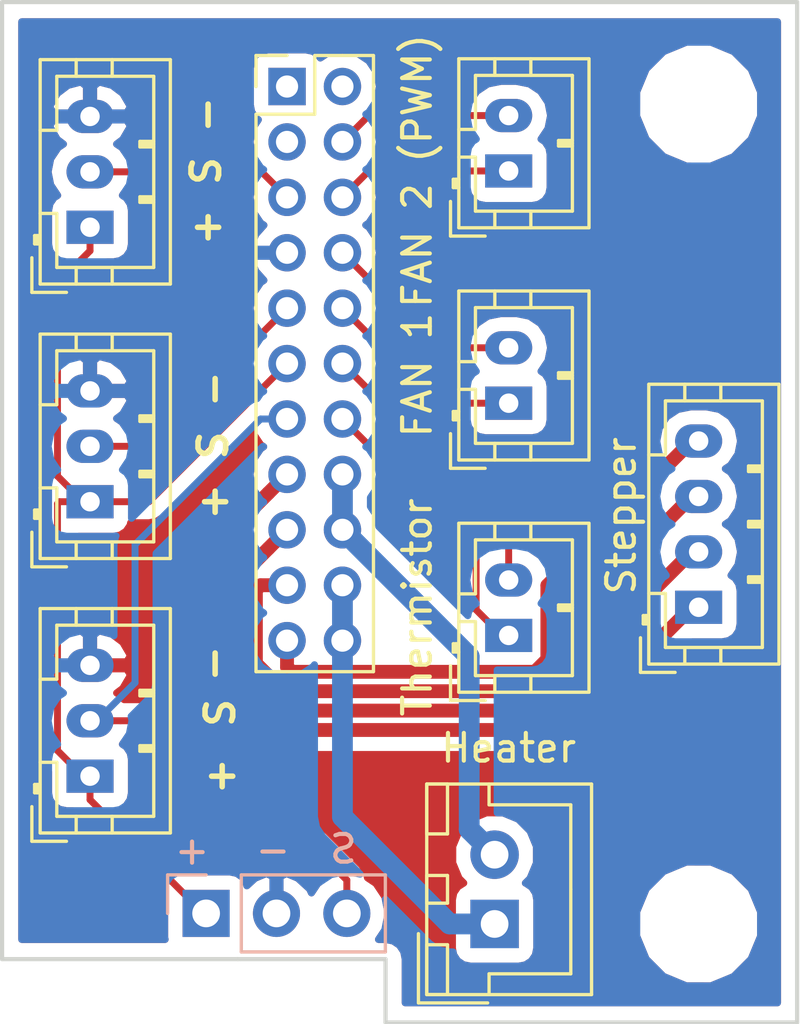
<source format=kicad_pcb>
(kicad_pcb (version 4) (host pcbnew 4.0.7-e2-6376~60~ubuntu17.10.1)

  (general
    (links 26)
    (no_connects 0)
    (area 171.374999 114.478999 200.227001 151.459001)
    (thickness 1.6)
    (drawings 21)
    (tracks 90)
    (zones 0)
    (modules 14)
    (nets 21)
  )

  (page A4)
  (layers
    (0 F.Cu signal)
    (31 B.Cu signal)
    (32 B.Adhes user)
    (33 F.Adhes user)
    (34 B.Paste user)
    (35 F.Paste user)
    (36 B.SilkS user)
    (37 F.SilkS user)
    (38 B.Mask user)
    (39 F.Mask user)
    (40 Dwgs.User user)
    (41 Cmts.User user)
    (42 Eco1.User user)
    (43 Eco2.User user)
    (44 Edge.Cuts user)
    (45 Margin user)
    (46 B.CrtYd user)
    (47 F.CrtYd user)
    (48 B.Fab user)
    (49 F.Fab user)
  )

  (setup
    (last_trace_width 0.25)
    (user_trace_width 0.5)
    (user_trace_width 0.75)
    (user_trace_width 1)
    (trace_clearance 0.2)
    (zone_clearance 0.508)
    (zone_45_only yes)
    (trace_min 0.2)
    (segment_width 0.2)
    (edge_width 0.15)
    (via_size 0.6)
    (via_drill 0.4)
    (via_min_size 0.4)
    (via_min_drill 0.3)
    (uvia_size 0.3)
    (uvia_drill 0.1)
    (uvias_allowed no)
    (uvia_min_size 0.2)
    (uvia_min_drill 0.1)
    (pcb_text_width 0.3)
    (pcb_text_size 1.5 1.5)
    (mod_edge_width 0.15)
    (mod_text_size 1 1)
    (mod_text_width 0.15)
    (pad_size 1.524 1.524)
    (pad_drill 0.762)
    (pad_to_mask_clearance 0.2)
    (aux_axis_origin 0 0)
    (visible_elements FFFFFF7F)
    (pcbplotparams
      (layerselection 0x00030_80000001)
      (usegerberextensions false)
      (excludeedgelayer true)
      (linewidth 0.100000)
      (plotframeref false)
      (viasonmask false)
      (mode 1)
      (useauxorigin false)
      (hpglpennumber 1)
      (hpglpenspeed 20)
      (hpglpendiameter 15)
      (hpglpenoverlay 2)
      (psnegative false)
      (psa4output false)
      (plotreference true)
      (plotvalue true)
      (plotinvisibletext false)
      (padsonsilk false)
      (subtractmaskfromsilk false)
      (outputformat 1)
      (mirror false)
      (drillshape 1)
      (scaleselection 1)
      (outputdirectory ""))
  )

  (net 0 "")
  (net 1 "Net-(J2-Pad1)")
  (net 2 "Net-(J2-Pad2)")
  (net 3 "Net-(J3-Pad1)")
  (net 4 "Net-(J3-Pad2)")
  (net 5 "Net-(J4-Pad1)")
  (net 6 "Net-(J4-Pad2)")
  (net 7 "Net-(J8-Pad1)")
  (net 8 "Net-(J8-Pad2)")
  (net 9 "Net-(J8-Pad3)")
  (net 10 "Net-(J8-Pad4)")
  (net 11 /+ve)
  (net 12 /-ve)
  (net 13 "Net-(J10-Pad1)")
  (net 14 "Net-(J10-Pad3)")
  (net 15 "Net-(J6-Pad2)")
  (net 16 "Net-(J10-Pad2)")
  (net 17 "Net-(J7-Pad2)")
  (net 18 "Net-(J9-Pad1)")
  (net 19 "Net-(J9-Pad2)")
  (net 20 "Net-(J9-Pad3)")

  (net_class Default "This is the default net class."
    (clearance 0.2)
    (trace_width 0.25)
    (via_dia 0.6)
    (via_drill 0.4)
    (uvia_dia 0.3)
    (uvia_drill 0.1)
    (add_net /+ve)
    (add_net /-ve)
    (add_net "Net-(J10-Pad1)")
    (add_net "Net-(J10-Pad2)")
    (add_net "Net-(J10-Pad3)")
    (add_net "Net-(J2-Pad1)")
    (add_net "Net-(J2-Pad2)")
    (add_net "Net-(J3-Pad1)")
    (add_net "Net-(J3-Pad2)")
    (add_net "Net-(J4-Pad1)")
    (add_net "Net-(J4-Pad2)")
    (add_net "Net-(J6-Pad2)")
    (add_net "Net-(J7-Pad2)")
    (add_net "Net-(J8-Pad1)")
    (add_net "Net-(J8-Pad2)")
    (add_net "Net-(J8-Pad3)")
    (add_net "Net-(J8-Pad4)")
    (add_net "Net-(J9-Pad1)")
    (add_net "Net-(J9-Pad2)")
    (add_net "Net-(J9-Pad3)")
  )

  (net_class Heater ""
    (clearance 0.2)
    (trace_width 0.5)
    (via_dia 0.6)
    (via_drill 0.4)
    (uvia_dia 0.3)
    (uvia_drill 0.1)
  )

  (module KiCad/Connectors_JST.pretty:JST_PH_B2B-PH-K_02x2.00mm_Straight (layer F.Cu) (tedit 5AAE9361) (tstamp 5AA56516)
    (at 189.738 137.414 90)
    (descr "JST PH series connector, B2B-PH-K, top entry type, through hole, Datasheet: http://www.jst-mfg.com/product/pdf/eng/ePH.pdf")
    (tags "connector jst ph")
    (path /5AA52D69)
    (fp_text reference J2 (at 5.08 0.508 180) (layer F.SilkS) hide
      (effects (font (size 1 1) (thickness 0.15)))
    )
    (fp_text value Thermistor (at 1.016 -3.302 90) (layer F.SilkS)
      (effects (font (size 1 1) (thickness 0.15)))
    )
    (fp_line (start -2.05 -1.8) (end -2.05 2.9) (layer F.SilkS) (width 0.12))
    (fp_line (start -2.05 2.9) (end 4.05 2.9) (layer F.SilkS) (width 0.12))
    (fp_line (start 4.05 2.9) (end 4.05 -1.8) (layer F.SilkS) (width 0.12))
    (fp_line (start 4.05 -1.8) (end -2.05 -1.8) (layer F.SilkS) (width 0.12))
    (fp_line (start 0.5 -1.8) (end 0.5 -1.2) (layer F.SilkS) (width 0.12))
    (fp_line (start 0.5 -1.2) (end -1.45 -1.2) (layer F.SilkS) (width 0.12))
    (fp_line (start -1.45 -1.2) (end -1.45 2.3) (layer F.SilkS) (width 0.12))
    (fp_line (start -1.45 2.3) (end 3.45 2.3) (layer F.SilkS) (width 0.12))
    (fp_line (start 3.45 2.3) (end 3.45 -1.2) (layer F.SilkS) (width 0.12))
    (fp_line (start 3.45 -1.2) (end 1.5 -1.2) (layer F.SilkS) (width 0.12))
    (fp_line (start 1.5 -1.2) (end 1.5 -1.8) (layer F.SilkS) (width 0.12))
    (fp_line (start -2.05 -0.5) (end -1.45 -0.5) (layer F.SilkS) (width 0.12))
    (fp_line (start -2.05 0.8) (end -1.45 0.8) (layer F.SilkS) (width 0.12))
    (fp_line (start 4.05 -0.5) (end 3.45 -0.5) (layer F.SilkS) (width 0.12))
    (fp_line (start 4.05 0.8) (end 3.45 0.8) (layer F.SilkS) (width 0.12))
    (fp_line (start -0.3 -1.8) (end -0.3 -2) (layer F.SilkS) (width 0.12))
    (fp_line (start -0.3 -2) (end -0.6 -2) (layer F.SilkS) (width 0.12))
    (fp_line (start -0.6 -2) (end -0.6 -1.8) (layer F.SilkS) (width 0.12))
    (fp_line (start -0.3 -1.9) (end -0.6 -1.9) (layer F.SilkS) (width 0.12))
    (fp_line (start 0.9 2.3) (end 0.9 1.8) (layer F.SilkS) (width 0.12))
    (fp_line (start 0.9 1.8) (end 1.1 1.8) (layer F.SilkS) (width 0.12))
    (fp_line (start 1.1 1.8) (end 1.1 2.3) (layer F.SilkS) (width 0.12))
    (fp_line (start 1 2.3) (end 1 1.8) (layer F.SilkS) (width 0.12))
    (fp_line (start -1.1 -2.1) (end -2.35 -2.1) (layer F.SilkS) (width 0.12))
    (fp_line (start -2.35 -2.1) (end -2.35 -0.85) (layer F.SilkS) (width 0.12))
    (fp_line (start -1.1 -2.1) (end -2.35 -2.1) (layer F.Fab) (width 0.1))
    (fp_line (start -2.35 -2.1) (end -2.35 -0.85) (layer F.Fab) (width 0.1))
    (fp_line (start -1.95 -1.7) (end -1.95 2.8) (layer F.Fab) (width 0.1))
    (fp_line (start -1.95 2.8) (end 3.95 2.8) (layer F.Fab) (width 0.1))
    (fp_line (start 3.95 2.8) (end 3.95 -1.7) (layer F.Fab) (width 0.1))
    (fp_line (start 3.95 -1.7) (end -1.95 -1.7) (layer F.Fab) (width 0.1))
    (fp_line (start -2.45 -2.2) (end -2.45 3.3) (layer F.CrtYd) (width 0.05))
    (fp_line (start -2.45 3.3) (end 4.45 3.3) (layer F.CrtYd) (width 0.05))
    (fp_line (start 4.45 3.3) (end 4.45 -2.2) (layer F.CrtYd) (width 0.05))
    (fp_line (start 4.45 -2.2) (end -2.45 -2.2) (layer F.CrtYd) (width 0.05))
    (fp_text user %R (at 1 1.5 90) (layer F.Fab)
      (effects (font (size 1 1) (thickness 0.15)))
    )
    (pad 1 thru_hole rect (at 0 0 90) (size 1.2 1.7) (drill 0.7) (layers *.Cu *.Mask)
      (net 1 "Net-(J2-Pad1)"))
    (pad 2 thru_hole oval (at 2 0 90) (size 1.2 1.7) (drill 0.7) (layers *.Cu *.Mask)
      (net 2 "Net-(J2-Pad2)"))
    (model Connectors_JST.3dshapes/JST_PH_B2B-PH-K_02x2.00mm_Straight.wrl
      (at (xyz 0 0 0))
      (scale (xyz 1 1 1))
      (rotate (xyz 0 0 0))
    )
  )

  (module KiCad/Connectors_JST.pretty:JST_PH_B3B-PH-K_03x2.00mm_Straight (layer F.Cu) (tedit 5AAE8B3F) (tstamp 5AA56529)
    (at 174.625 142.494 90)
    (descr "JST PH series connector, B3B-PH-K, top entry type, through hole, Datasheet: http://www.jst-mfg.com/product/pdf/eng/ePH.pdf")
    (tags "connector jst ph")
    (path /5AA53008)
    (fp_text reference J5 (at 7.112 0 180) (layer F.SilkS) hide
      (effects (font (size 1 1) (thickness 0.15)))
    )
    (fp_text value Probe (at 3.048 -5.334 90) (layer F.SilkS) hide
      (effects (font (size 1 1) (thickness 0.15)))
    )
    (fp_line (start -2.05 -1.8) (end -2.05 2.9) (layer F.SilkS) (width 0.12))
    (fp_line (start -2.05 2.9) (end 6.05 2.9) (layer F.SilkS) (width 0.12))
    (fp_line (start 6.05 2.9) (end 6.05 -1.8) (layer F.SilkS) (width 0.12))
    (fp_line (start 6.05 -1.8) (end -2.05 -1.8) (layer F.SilkS) (width 0.12))
    (fp_line (start 0.5 -1.8) (end 0.5 -1.2) (layer F.SilkS) (width 0.12))
    (fp_line (start 0.5 -1.2) (end -1.45 -1.2) (layer F.SilkS) (width 0.12))
    (fp_line (start -1.45 -1.2) (end -1.45 2.3) (layer F.SilkS) (width 0.12))
    (fp_line (start -1.45 2.3) (end 5.45 2.3) (layer F.SilkS) (width 0.12))
    (fp_line (start 5.45 2.3) (end 5.45 -1.2) (layer F.SilkS) (width 0.12))
    (fp_line (start 5.45 -1.2) (end 3.5 -1.2) (layer F.SilkS) (width 0.12))
    (fp_line (start 3.5 -1.2) (end 3.5 -1.8) (layer F.SilkS) (width 0.12))
    (fp_line (start -2.05 -0.5) (end -1.45 -0.5) (layer F.SilkS) (width 0.12))
    (fp_line (start -2.05 0.8) (end -1.45 0.8) (layer F.SilkS) (width 0.12))
    (fp_line (start 6.05 -0.5) (end 5.45 -0.5) (layer F.SilkS) (width 0.12))
    (fp_line (start 6.05 0.8) (end 5.45 0.8) (layer F.SilkS) (width 0.12))
    (fp_line (start -0.3 -1.8) (end -0.3 -2) (layer F.SilkS) (width 0.12))
    (fp_line (start -0.3 -2) (end -0.6 -2) (layer F.SilkS) (width 0.12))
    (fp_line (start -0.6 -2) (end -0.6 -1.8) (layer F.SilkS) (width 0.12))
    (fp_line (start -0.3 -1.9) (end -0.6 -1.9) (layer F.SilkS) (width 0.12))
    (fp_line (start 0.9 2.3) (end 0.9 1.8) (layer F.SilkS) (width 0.12))
    (fp_line (start 0.9 1.8) (end 1.1 1.8) (layer F.SilkS) (width 0.12))
    (fp_line (start 1.1 1.8) (end 1.1 2.3) (layer F.SilkS) (width 0.12))
    (fp_line (start 1 2.3) (end 1 1.8) (layer F.SilkS) (width 0.12))
    (fp_line (start 2.9 2.3) (end 2.9 1.8) (layer F.SilkS) (width 0.12))
    (fp_line (start 2.9 1.8) (end 3.1 1.8) (layer F.SilkS) (width 0.12))
    (fp_line (start 3.1 1.8) (end 3.1 2.3) (layer F.SilkS) (width 0.12))
    (fp_line (start 3 2.3) (end 3 1.8) (layer F.SilkS) (width 0.12))
    (fp_line (start -1.1 -2.1) (end -2.35 -2.1) (layer F.SilkS) (width 0.12))
    (fp_line (start -2.35 -2.1) (end -2.35 -0.85) (layer F.SilkS) (width 0.12))
    (fp_line (start -1.1 -2.1) (end -2.35 -2.1) (layer F.Fab) (width 0.1))
    (fp_line (start -2.35 -2.1) (end -2.35 -0.85) (layer F.Fab) (width 0.1))
    (fp_line (start -1.95 -1.7) (end -1.95 2.8) (layer F.Fab) (width 0.1))
    (fp_line (start -1.95 2.8) (end 5.95 2.8) (layer F.Fab) (width 0.1))
    (fp_line (start 5.95 2.8) (end 5.95 -1.7) (layer F.Fab) (width 0.1))
    (fp_line (start 5.95 -1.7) (end -1.95 -1.7) (layer F.Fab) (width 0.1))
    (fp_line (start -2.45 -2.2) (end -2.45 3.3) (layer F.CrtYd) (width 0.05))
    (fp_line (start -2.45 3.3) (end 6.45 3.3) (layer F.CrtYd) (width 0.05))
    (fp_line (start 6.45 3.3) (end 6.45 -2.2) (layer F.CrtYd) (width 0.05))
    (fp_line (start 6.45 -2.2) (end -2.45 -2.2) (layer F.CrtYd) (width 0.05))
    (fp_text user %R (at 2 1.5 90) (layer F.Fab)
      (effects (font (size 1 1) (thickness 0.15)))
    )
    (pad 1 thru_hole rect (at 0 0 90) (size 1.2 1.7) (drill 0.7) (layers *.Cu *.Mask)
      (net 13 "Net-(J10-Pad1)"))
    (pad 2 thru_hole oval (at 2 0 90) (size 1.2 1.7) (drill 0.7) (layers *.Cu *.Mask)
      (net 14 "Net-(J10-Pad3)"))
    (pad 3 thru_hole oval (at 4 0 90) (size 1.2 1.7) (drill 0.7) (layers *.Cu *.Mask)
      (net 16 "Net-(J10-Pad2)"))
    (model Connectors_JST.3dshapes/JST_PH_B3B-PH-K_03x2.00mm_Straight.wrl
      (at (xyz 0 0 0))
      (scale (xyz 1 1 1))
      (rotate (xyz 0 0 0))
    )
  )

  (module KiCad/Pin_Headers.pretty:Pin_Header_Straight_2x11_Pitch2.00mm (layer F.Cu) (tedit 5AAE8B22) (tstamp 5AA56559)
    (at 181.737 117.602)
    (descr "Through hole straight pin header, 2x11, 2.00mm pitch, double rows")
    (tags "Through hole pin header THT 2x11 2.00mm double row")
    (path /5AA53248)
    (fp_text reference J9 (at 1 -2.12) (layer F.SilkS) hide
      (effects (font (size 1 1) (thickness 0.15)))
    )
    (fp_text value CONN_02X11 (at 1 22.12) (layer F.Fab) hide
      (effects (font (size 1 1) (thickness 0.15)))
    )
    (fp_line (start -1 -1) (end -1 21) (layer F.Fab) (width 0.1))
    (fp_line (start -1 21) (end 3 21) (layer F.Fab) (width 0.1))
    (fp_line (start 3 21) (end 3 -1) (layer F.Fab) (width 0.1))
    (fp_line (start 3 -1) (end -1 -1) (layer F.Fab) (width 0.1))
    (fp_line (start -1.12 1) (end -1.12 21.12) (layer F.SilkS) (width 0.12))
    (fp_line (start -1.12 21.12) (end 3.12 21.12) (layer F.SilkS) (width 0.12))
    (fp_line (start 3.12 21.12) (end 3.12 -1.12) (layer F.SilkS) (width 0.12))
    (fp_line (start 3.12 -1.12) (end 1 -1.12) (layer F.SilkS) (width 0.12))
    (fp_line (start 1 -1.12) (end 1 1) (layer F.SilkS) (width 0.12))
    (fp_line (start 1 1) (end -1.12 1) (layer F.SilkS) (width 0.12))
    (fp_line (start -1.12 0) (end -1.12 -1.12) (layer F.SilkS) (width 0.12))
    (fp_line (start -1.12 -1.12) (end 0 -1.12) (layer F.SilkS) (width 0.12))
    (fp_line (start -1.3 -1.3) (end -1.3 21.3) (layer F.CrtYd) (width 0.05))
    (fp_line (start -1.3 21.3) (end 3.3 21.3) (layer F.CrtYd) (width 0.05))
    (fp_line (start 3.3 21.3) (end 3.3 -1.3) (layer F.CrtYd) (width 0.05))
    (fp_line (start 3.3 -1.3) (end -1.3 -1.3) (layer F.CrtYd) (width 0.05))
    (pad 1 thru_hole rect (at 0 0) (size 1.35 1.35) (drill 0.8) (layers *.Cu *.Mask)
      (net 18 "Net-(J9-Pad1)"))
    (pad 2 thru_hole oval (at 2 0) (size 1.35 1.35) (drill 0.8) (layers *.Cu *.Mask)
      (net 19 "Net-(J9-Pad2)"))
    (pad 3 thru_hole oval (at 0 2) (size 1.35 1.35) (drill 0.8) (layers *.Cu *.Mask)
      (net 20 "Net-(J9-Pad3)"))
    (pad 4 thru_hole oval (at 2 2) (size 1.35 1.35) (drill 0.8) (layers *.Cu *.Mask)
      (net 6 "Net-(J4-Pad2)"))
    (pad 5 thru_hole oval (at 0 4) (size 1.35 1.35) (drill 0.8) (layers *.Cu *.Mask)
      (net 17 "Net-(J7-Pad2)"))
    (pad 6 thru_hole oval (at 2 4) (size 1.35 1.35) (drill 0.8) (layers *.Cu *.Mask)
      (net 5 "Net-(J4-Pad1)"))
    (pad 7 thru_hole oval (at 0 6) (size 1.35 1.35) (drill 0.8) (layers *.Cu *.Mask)
      (net 16 "Net-(J10-Pad2)"))
    (pad 8 thru_hole oval (at 2 6) (size 1.35 1.35) (drill 0.8) (layers *.Cu *.Mask)
      (net 4 "Net-(J3-Pad2)"))
    (pad 9 thru_hole oval (at 0 8) (size 1.35 1.35) (drill 0.8) (layers *.Cu *.Mask)
      (net 15 "Net-(J6-Pad2)"))
    (pad 10 thru_hole oval (at 2 8) (size 1.35 1.35) (drill 0.8) (layers *.Cu *.Mask)
      (net 3 "Net-(J3-Pad1)"))
    (pad 11 thru_hole oval (at 0 10) (size 1.35 1.35) (drill 0.8) (layers *.Cu *.Mask)
      (net 13 "Net-(J10-Pad1)"))
    (pad 12 thru_hole oval (at 2 10) (size 1.35 1.35) (drill 0.8) (layers *.Cu *.Mask)
      (net 2 "Net-(J2-Pad2)"))
    (pad 13 thru_hole oval (at 0 12) (size 1.35 1.35) (drill 0.8) (layers *.Cu *.Mask)
      (net 14 "Net-(J10-Pad3)"))
    (pad 14 thru_hole oval (at 2 12) (size 1.35 1.35) (drill 0.8) (layers *.Cu *.Mask)
      (net 1 "Net-(J2-Pad1)"))
    (pad 15 thru_hole oval (at 0 14) (size 1.35 1.35) (drill 0.8) (layers *.Cu *.Mask)
      (net 7 "Net-(J8-Pad1)"))
    (pad 16 thru_hole oval (at 2 14) (size 1.35 1.35) (drill 0.8) (layers *.Cu *.Mask)
      (net 12 /-ve))
    (pad 17 thru_hole oval (at 0 16) (size 1.35 1.35) (drill 0.8) (layers *.Cu *.Mask)
      (net 8 "Net-(J8-Pad2)"))
    (pad 18 thru_hole oval (at 2 16) (size 1.35 1.35) (drill 0.8) (layers *.Cu *.Mask)
      (net 12 /-ve))
    (pad 19 thru_hole oval (at 0 18) (size 1.35 1.35) (drill 0.8) (layers *.Cu *.Mask)
      (net 9 "Net-(J8-Pad3)"))
    (pad 20 thru_hole oval (at 2 18) (size 1.35 1.35) (drill 0.8) (layers *.Cu *.Mask)
      (net 11 /+ve))
    (pad 21 thru_hole oval (at 0 20) (size 1.35 1.35) (drill 0.8) (layers *.Cu *.Mask)
      (net 10 "Net-(J8-Pad4)"))
    (pad 22 thru_hole oval (at 2 20) (size 1.35 1.35) (drill 0.8) (layers *.Cu *.Mask)
      (net 11 /+ve))
    (model Pin_Headers.3dshapes/Pin_Header_Straight_2x11_Pitch2.00mm.wrl
      (at (xyz 0 0 0))
      (scale (xyz 1 1 1))
      (rotate (xyz 0 0 0))
    )
  )

  (module KiCad/Connectors_JST.pretty:JST_XH_B02B-XH-A_02x2.50mm_Straight (layer F.Cu) (tedit 5AAE8B35) (tstamp 5AA6DFAE)
    (at 189.23 147.828 90)
    (descr "JST XH series connector, B02B-XH-A, top entry type, through hole")
    (tags "connector jst xh tht top vertical 2.50mm")
    (path /5AA52FB9)
    (fp_text reference J1 (at 5.842 0.508 180) (layer F.SilkS) hide
      (effects (font (size 1 1) (thickness 0.15)))
    )
    (fp_text value Heater (at 1.25 4.5 90) (layer F.SilkS) hide
      (effects (font (size 1 1) (thickness 0.15)))
    )
    (fp_line (start -2.45 -2.35) (end -2.45 3.4) (layer F.Fab) (width 0.1))
    (fp_line (start -2.45 3.4) (end 4.95 3.4) (layer F.Fab) (width 0.1))
    (fp_line (start 4.95 3.4) (end 4.95 -2.35) (layer F.Fab) (width 0.1))
    (fp_line (start 4.95 -2.35) (end -2.45 -2.35) (layer F.Fab) (width 0.1))
    (fp_line (start -2.95 -2.85) (end -2.95 3.9) (layer F.CrtYd) (width 0.05))
    (fp_line (start -2.95 3.9) (end 5.45 3.9) (layer F.CrtYd) (width 0.05))
    (fp_line (start 5.45 3.9) (end 5.45 -2.85) (layer F.CrtYd) (width 0.05))
    (fp_line (start 5.45 -2.85) (end -2.95 -2.85) (layer F.CrtYd) (width 0.05))
    (fp_line (start -2.55 -2.45) (end -2.55 3.5) (layer F.SilkS) (width 0.12))
    (fp_line (start -2.55 3.5) (end 5.05 3.5) (layer F.SilkS) (width 0.12))
    (fp_line (start 5.05 3.5) (end 5.05 -2.45) (layer F.SilkS) (width 0.12))
    (fp_line (start 5.05 -2.45) (end -2.55 -2.45) (layer F.SilkS) (width 0.12))
    (fp_line (start 0.75 -2.45) (end 0.75 -1.7) (layer F.SilkS) (width 0.12))
    (fp_line (start 0.75 -1.7) (end 1.75 -1.7) (layer F.SilkS) (width 0.12))
    (fp_line (start 1.75 -1.7) (end 1.75 -2.45) (layer F.SilkS) (width 0.12))
    (fp_line (start 1.75 -2.45) (end 0.75 -2.45) (layer F.SilkS) (width 0.12))
    (fp_line (start -2.55 -2.45) (end -2.55 -1.7) (layer F.SilkS) (width 0.12))
    (fp_line (start -2.55 -1.7) (end -0.75 -1.7) (layer F.SilkS) (width 0.12))
    (fp_line (start -0.75 -1.7) (end -0.75 -2.45) (layer F.SilkS) (width 0.12))
    (fp_line (start -0.75 -2.45) (end -2.55 -2.45) (layer F.SilkS) (width 0.12))
    (fp_line (start 3.25 -2.45) (end 3.25 -1.7) (layer F.SilkS) (width 0.12))
    (fp_line (start 3.25 -1.7) (end 5.05 -1.7) (layer F.SilkS) (width 0.12))
    (fp_line (start 5.05 -1.7) (end 5.05 -2.45) (layer F.SilkS) (width 0.12))
    (fp_line (start 5.05 -2.45) (end 3.25 -2.45) (layer F.SilkS) (width 0.12))
    (fp_line (start -2.55 -0.2) (end -1.8 -0.2) (layer F.SilkS) (width 0.12))
    (fp_line (start -1.8 -0.2) (end -1.8 2.75) (layer F.SilkS) (width 0.12))
    (fp_line (start -1.8 2.75) (end 1.25 2.75) (layer F.SilkS) (width 0.12))
    (fp_line (start 5.05 -0.2) (end 4.3 -0.2) (layer F.SilkS) (width 0.12))
    (fp_line (start 4.3 -0.2) (end 4.3 2.75) (layer F.SilkS) (width 0.12))
    (fp_line (start 4.3 2.75) (end 1.25 2.75) (layer F.SilkS) (width 0.12))
    (fp_line (start -0.35 -2.75) (end -2.85 -2.75) (layer F.SilkS) (width 0.12))
    (fp_line (start -2.85 -2.75) (end -2.85 -0.25) (layer F.SilkS) (width 0.12))
    (fp_line (start -0.35 -2.75) (end -2.85 -2.75) (layer F.Fab) (width 0.1))
    (fp_line (start -2.85 -2.75) (end -2.85 -0.25) (layer F.Fab) (width 0.1))
    (fp_text user %R (at 1.25 2.5 90) (layer F.Fab)
      (effects (font (size 1 1) (thickness 0.15)))
    )
    (pad 1 thru_hole rect (at 0 0 90) (size 1.75 1.75) (drill 1) (layers *.Cu *.Mask)
      (net 11 /+ve))
    (pad 2 thru_hole circle (at 2.5 0 90) (size 1.75 1.75) (drill 1) (layers *.Cu *.Mask)
      (net 12 /-ve))
    (model Connectors_JST.3dshapes/JST_XH_B02B-XH-A_02x2.50mm_Straight.wrl
      (at (xyz 0 0 0))
      (scale (xyz 1 1 1))
      (rotate (xyz 0 0 0))
    )
  )

  (module KiCad/Connectors_JST.pretty:JST_PH_B3B-PH-K_03x2.00mm_Straight (layer F.Cu) (tedit 5AAE8B1E) (tstamp 5AA56537)
    (at 174.625 122.682 90)
    (descr "JST PH series connector, B3B-PH-K, top entry type, through hole, Datasheet: http://www.jst-mfg.com/product/pdf/eng/ePH.pdf")
    (tags "connector jst ph")
    (path /5AA530C2)
    (fp_text reference J7 (at 7.112 0.254 180) (layer F.SilkS) hide
      (effects (font (size 1 1) (thickness 0.15)))
    )
    (fp_text value "X Min ES" (at 2.032 -5.334 90) (layer F.SilkS) hide
      (effects (font (size 1 1) (thickness 0.15)))
    )
    (fp_line (start -2.05 -1.8) (end -2.05 2.9) (layer F.SilkS) (width 0.12))
    (fp_line (start -2.05 2.9) (end 6.05 2.9) (layer F.SilkS) (width 0.12))
    (fp_line (start 6.05 2.9) (end 6.05 -1.8) (layer F.SilkS) (width 0.12))
    (fp_line (start 6.05 -1.8) (end -2.05 -1.8) (layer F.SilkS) (width 0.12))
    (fp_line (start 0.5 -1.8) (end 0.5 -1.2) (layer F.SilkS) (width 0.12))
    (fp_line (start 0.5 -1.2) (end -1.45 -1.2) (layer F.SilkS) (width 0.12))
    (fp_line (start -1.45 -1.2) (end -1.45 2.3) (layer F.SilkS) (width 0.12))
    (fp_line (start -1.45 2.3) (end 5.45 2.3) (layer F.SilkS) (width 0.12))
    (fp_line (start 5.45 2.3) (end 5.45 -1.2) (layer F.SilkS) (width 0.12))
    (fp_line (start 5.45 -1.2) (end 3.5 -1.2) (layer F.SilkS) (width 0.12))
    (fp_line (start 3.5 -1.2) (end 3.5 -1.8) (layer F.SilkS) (width 0.12))
    (fp_line (start -2.05 -0.5) (end -1.45 -0.5) (layer F.SilkS) (width 0.12))
    (fp_line (start -2.05 0.8) (end -1.45 0.8) (layer F.SilkS) (width 0.12))
    (fp_line (start 6.05 -0.5) (end 5.45 -0.5) (layer F.SilkS) (width 0.12))
    (fp_line (start 6.05 0.8) (end 5.45 0.8) (layer F.SilkS) (width 0.12))
    (fp_line (start -0.3 -1.8) (end -0.3 -2) (layer F.SilkS) (width 0.12))
    (fp_line (start -0.3 -2) (end -0.6 -2) (layer F.SilkS) (width 0.12))
    (fp_line (start -0.6 -2) (end -0.6 -1.8) (layer F.SilkS) (width 0.12))
    (fp_line (start -0.3 -1.9) (end -0.6 -1.9) (layer F.SilkS) (width 0.12))
    (fp_line (start 0.9 2.3) (end 0.9 1.8) (layer F.SilkS) (width 0.12))
    (fp_line (start 0.9 1.8) (end 1.1 1.8) (layer F.SilkS) (width 0.12))
    (fp_line (start 1.1 1.8) (end 1.1 2.3) (layer F.SilkS) (width 0.12))
    (fp_line (start 1 2.3) (end 1 1.8) (layer F.SilkS) (width 0.12))
    (fp_line (start 2.9 2.3) (end 2.9 1.8) (layer F.SilkS) (width 0.12))
    (fp_line (start 2.9 1.8) (end 3.1 1.8) (layer F.SilkS) (width 0.12))
    (fp_line (start 3.1 1.8) (end 3.1 2.3) (layer F.SilkS) (width 0.12))
    (fp_line (start 3 2.3) (end 3 1.8) (layer F.SilkS) (width 0.12))
    (fp_line (start -1.1 -2.1) (end -2.35 -2.1) (layer F.SilkS) (width 0.12))
    (fp_line (start -2.35 -2.1) (end -2.35 -0.85) (layer F.SilkS) (width 0.12))
    (fp_line (start -1.1 -2.1) (end -2.35 -2.1) (layer F.Fab) (width 0.1))
    (fp_line (start -2.35 -2.1) (end -2.35 -0.85) (layer F.Fab) (width 0.1))
    (fp_line (start -1.95 -1.7) (end -1.95 2.8) (layer F.Fab) (width 0.1))
    (fp_line (start -1.95 2.8) (end 5.95 2.8) (layer F.Fab) (width 0.1))
    (fp_line (start 5.95 2.8) (end 5.95 -1.7) (layer F.Fab) (width 0.1))
    (fp_line (start 5.95 -1.7) (end -1.95 -1.7) (layer F.Fab) (width 0.1))
    (fp_line (start -2.45 -2.2) (end -2.45 3.3) (layer F.CrtYd) (width 0.05))
    (fp_line (start -2.45 3.3) (end 6.45 3.3) (layer F.CrtYd) (width 0.05))
    (fp_line (start 6.45 3.3) (end 6.45 -2.2) (layer F.CrtYd) (width 0.05))
    (fp_line (start 6.45 -2.2) (end -2.45 -2.2) (layer F.CrtYd) (width 0.05))
    (fp_text user %R (at 2 1.5 90) (layer F.Fab)
      (effects (font (size 1 1) (thickness 0.15)))
    )
    (pad 1 thru_hole rect (at 0 0 90) (size 1.2 1.7) (drill 0.7) (layers *.Cu *.Mask)
      (net 13 "Net-(J10-Pad1)"))
    (pad 2 thru_hole oval (at 2 0 90) (size 1.2 1.7) (drill 0.7) (layers *.Cu *.Mask)
      (net 17 "Net-(J7-Pad2)"))
    (pad 3 thru_hole oval (at 4 0 90) (size 1.2 1.7) (drill 0.7) (layers *.Cu *.Mask)
      (net 16 "Net-(J10-Pad2)"))
    (model Connectors_JST.3dshapes/JST_PH_B3B-PH-K_03x2.00mm_Straight.wrl
      (at (xyz 0 0 0))
      (scale (xyz 1 1 1))
      (rotate (xyz 0 0 0))
    )
  )

  (module KiCad/Connectors_JST.pretty:JST_PH_B2B-PH-K_02x2.00mm_Straight (layer F.Cu) (tedit 5AAE9367) (tstamp 5AA5651C)
    (at 189.738 129.032 90)
    (descr "JST PH series connector, B2B-PH-K, top entry type, through hole, Datasheet: http://www.jst-mfg.com/product/pdf/eng/ePH.pdf")
    (tags "connector jst ph")
    (path /5AA52E76)
    (fp_text reference J3 (at 5.08 0.508 180) (layer F.SilkS) hide
      (effects (font (size 1 1) (thickness 0.15)))
    )
    (fp_text value "FAN 1" (at 1.016 -3.302 90) (layer F.SilkS)
      (effects (font (size 1 1) (thickness 0.15)))
    )
    (fp_line (start -2.05 -1.8) (end -2.05 2.9) (layer F.SilkS) (width 0.12))
    (fp_line (start -2.05 2.9) (end 4.05 2.9) (layer F.SilkS) (width 0.12))
    (fp_line (start 4.05 2.9) (end 4.05 -1.8) (layer F.SilkS) (width 0.12))
    (fp_line (start 4.05 -1.8) (end -2.05 -1.8) (layer F.SilkS) (width 0.12))
    (fp_line (start 0.5 -1.8) (end 0.5 -1.2) (layer F.SilkS) (width 0.12))
    (fp_line (start 0.5 -1.2) (end -1.45 -1.2) (layer F.SilkS) (width 0.12))
    (fp_line (start -1.45 -1.2) (end -1.45 2.3) (layer F.SilkS) (width 0.12))
    (fp_line (start -1.45 2.3) (end 3.45 2.3) (layer F.SilkS) (width 0.12))
    (fp_line (start 3.45 2.3) (end 3.45 -1.2) (layer F.SilkS) (width 0.12))
    (fp_line (start 3.45 -1.2) (end 1.5 -1.2) (layer F.SilkS) (width 0.12))
    (fp_line (start 1.5 -1.2) (end 1.5 -1.8) (layer F.SilkS) (width 0.12))
    (fp_line (start -2.05 -0.5) (end -1.45 -0.5) (layer F.SilkS) (width 0.12))
    (fp_line (start -2.05 0.8) (end -1.45 0.8) (layer F.SilkS) (width 0.12))
    (fp_line (start 4.05 -0.5) (end 3.45 -0.5) (layer F.SilkS) (width 0.12))
    (fp_line (start 4.05 0.8) (end 3.45 0.8) (layer F.SilkS) (width 0.12))
    (fp_line (start -0.3 -1.8) (end -0.3 -2) (layer F.SilkS) (width 0.12))
    (fp_line (start -0.3 -2) (end -0.6 -2) (layer F.SilkS) (width 0.12))
    (fp_line (start -0.6 -2) (end -0.6 -1.8) (layer F.SilkS) (width 0.12))
    (fp_line (start -0.3 -1.9) (end -0.6 -1.9) (layer F.SilkS) (width 0.12))
    (fp_line (start 0.9 2.3) (end 0.9 1.8) (layer F.SilkS) (width 0.12))
    (fp_line (start 0.9 1.8) (end 1.1 1.8) (layer F.SilkS) (width 0.12))
    (fp_line (start 1.1 1.8) (end 1.1 2.3) (layer F.SilkS) (width 0.12))
    (fp_line (start 1 2.3) (end 1 1.8) (layer F.SilkS) (width 0.12))
    (fp_line (start -1.1 -2.1) (end -2.35 -2.1) (layer F.SilkS) (width 0.12))
    (fp_line (start -2.35 -2.1) (end -2.35 -0.85) (layer F.SilkS) (width 0.12))
    (fp_line (start -1.1 -2.1) (end -2.35 -2.1) (layer F.Fab) (width 0.1))
    (fp_line (start -2.35 -2.1) (end -2.35 -0.85) (layer F.Fab) (width 0.1))
    (fp_line (start -1.95 -1.7) (end -1.95 2.8) (layer F.Fab) (width 0.1))
    (fp_line (start -1.95 2.8) (end 3.95 2.8) (layer F.Fab) (width 0.1))
    (fp_line (start 3.95 2.8) (end 3.95 -1.7) (layer F.Fab) (width 0.1))
    (fp_line (start 3.95 -1.7) (end -1.95 -1.7) (layer F.Fab) (width 0.1))
    (fp_line (start -2.45 -2.2) (end -2.45 3.3) (layer F.CrtYd) (width 0.05))
    (fp_line (start -2.45 3.3) (end 4.45 3.3) (layer F.CrtYd) (width 0.05))
    (fp_line (start 4.45 3.3) (end 4.45 -2.2) (layer F.CrtYd) (width 0.05))
    (fp_line (start 4.45 -2.2) (end -2.45 -2.2) (layer F.CrtYd) (width 0.05))
    (fp_text user %R (at 1 1.5 90) (layer F.Fab)
      (effects (font (size 1 1) (thickness 0.15)))
    )
    (pad 1 thru_hole rect (at 0 0 90) (size 1.2 1.7) (drill 0.7) (layers *.Cu *.Mask)
      (net 3 "Net-(J3-Pad1)"))
    (pad 2 thru_hole oval (at 2 0 90) (size 1.2 1.7) (drill 0.7) (layers *.Cu *.Mask)
      (net 4 "Net-(J3-Pad2)"))
    (model Connectors_JST.3dshapes/JST_PH_B2B-PH-K_02x2.00mm_Straight.wrl
      (at (xyz 0 0 0))
      (scale (xyz 1 1 1))
      (rotate (xyz 0 0 0))
    )
  )

  (module KiCad/Connectors_JST.pretty:JST_PH_B2B-PH-K_02x2.00mm_Straight (layer F.Cu) (tedit 5AAE8B25) (tstamp 5AA56522)
    (at 189.738 120.65 90)
    (descr "JST PH series connector, B2B-PH-K, top entry type, through hole, Datasheet: http://www.jst-mfg.com/product/pdf/eng/ePH.pdf")
    (tags "connector jst ph")
    (path /5AA52ED5)
    (fp_text reference J4 (at 5.588 0.254 180) (layer F.SilkS) hide
      (effects (font (size 1 1) (thickness 0.15)))
    )
    (fp_text value "FAN 2 (PWM)" (at 1 3.8 90) (layer F.SilkS) hide
      (effects (font (size 1 1) (thickness 0.15)))
    )
    (fp_line (start -2.05 -1.8) (end -2.05 2.9) (layer F.SilkS) (width 0.12))
    (fp_line (start -2.05 2.9) (end 4.05 2.9) (layer F.SilkS) (width 0.12))
    (fp_line (start 4.05 2.9) (end 4.05 -1.8) (layer F.SilkS) (width 0.12))
    (fp_line (start 4.05 -1.8) (end -2.05 -1.8) (layer F.SilkS) (width 0.12))
    (fp_line (start 0.5 -1.8) (end 0.5 -1.2) (layer F.SilkS) (width 0.12))
    (fp_line (start 0.5 -1.2) (end -1.45 -1.2) (layer F.SilkS) (width 0.12))
    (fp_line (start -1.45 -1.2) (end -1.45 2.3) (layer F.SilkS) (width 0.12))
    (fp_line (start -1.45 2.3) (end 3.45 2.3) (layer F.SilkS) (width 0.12))
    (fp_line (start 3.45 2.3) (end 3.45 -1.2) (layer F.SilkS) (width 0.12))
    (fp_line (start 3.45 -1.2) (end 1.5 -1.2) (layer F.SilkS) (width 0.12))
    (fp_line (start 1.5 -1.2) (end 1.5 -1.8) (layer F.SilkS) (width 0.12))
    (fp_line (start -2.05 -0.5) (end -1.45 -0.5) (layer F.SilkS) (width 0.12))
    (fp_line (start -2.05 0.8) (end -1.45 0.8) (layer F.SilkS) (width 0.12))
    (fp_line (start 4.05 -0.5) (end 3.45 -0.5) (layer F.SilkS) (width 0.12))
    (fp_line (start 4.05 0.8) (end 3.45 0.8) (layer F.SilkS) (width 0.12))
    (fp_line (start -0.3 -1.8) (end -0.3 -2) (layer F.SilkS) (width 0.12))
    (fp_line (start -0.3 -2) (end -0.6 -2) (layer F.SilkS) (width 0.12))
    (fp_line (start -0.6 -2) (end -0.6 -1.8) (layer F.SilkS) (width 0.12))
    (fp_line (start -0.3 -1.9) (end -0.6 -1.9) (layer F.SilkS) (width 0.12))
    (fp_line (start 0.9 2.3) (end 0.9 1.8) (layer F.SilkS) (width 0.12))
    (fp_line (start 0.9 1.8) (end 1.1 1.8) (layer F.SilkS) (width 0.12))
    (fp_line (start 1.1 1.8) (end 1.1 2.3) (layer F.SilkS) (width 0.12))
    (fp_line (start 1 2.3) (end 1 1.8) (layer F.SilkS) (width 0.12))
    (fp_line (start -1.1 -2.1) (end -2.35 -2.1) (layer F.SilkS) (width 0.12))
    (fp_line (start -2.35 -2.1) (end -2.35 -0.85) (layer F.SilkS) (width 0.12))
    (fp_line (start -1.1 -2.1) (end -2.35 -2.1) (layer F.Fab) (width 0.1))
    (fp_line (start -2.35 -2.1) (end -2.35 -0.85) (layer F.Fab) (width 0.1))
    (fp_line (start -1.95 -1.7) (end -1.95 2.8) (layer F.Fab) (width 0.1))
    (fp_line (start -1.95 2.8) (end 3.95 2.8) (layer F.Fab) (width 0.1))
    (fp_line (start 3.95 2.8) (end 3.95 -1.7) (layer F.Fab) (width 0.1))
    (fp_line (start 3.95 -1.7) (end -1.95 -1.7) (layer F.Fab) (width 0.1))
    (fp_line (start -2.45 -2.2) (end -2.45 3.3) (layer F.CrtYd) (width 0.05))
    (fp_line (start -2.45 3.3) (end 4.45 3.3) (layer F.CrtYd) (width 0.05))
    (fp_line (start 4.45 3.3) (end 4.45 -2.2) (layer F.CrtYd) (width 0.05))
    (fp_line (start 4.45 -2.2) (end -2.45 -2.2) (layer F.CrtYd) (width 0.05))
    (fp_text user %R (at 1 1.5 90) (layer F.Fab)
      (effects (font (size 1 1) (thickness 0.15)))
    )
    (pad 1 thru_hole rect (at 0 0 90) (size 1.2 1.7) (drill 0.7) (layers *.Cu *.Mask)
      (net 5 "Net-(J4-Pad1)"))
    (pad 2 thru_hole oval (at 2 0 90) (size 1.2 1.7) (drill 0.7) (layers *.Cu *.Mask)
      (net 6 "Net-(J4-Pad2)"))
    (model Connectors_JST.3dshapes/JST_PH_B2B-PH-K_02x2.00mm_Straight.wrl
      (at (xyz 0 0 0))
      (scale (xyz 1 1 1))
      (rotate (xyz 0 0 0))
    )
  )

  (module KiCad/Connectors_JST.pretty:JST_PH_B3B-PH-K_03x2.00mm_Straight (layer F.Cu) (tedit 5AAE8B44) (tstamp 5AA56530)
    (at 174.625 132.588 90)
    (descr "JST PH series connector, B3B-PH-K, top entry type, through hole, Datasheet: http://www.jst-mfg.com/product/pdf/eng/ePH.pdf")
    (tags "connector jst ph")
    (path /5AA53069)
    (fp_text reference J6 (at 7.112 0 180) (layer F.SilkS) hide
      (effects (font (size 1 1) (thickness 0.15)))
    )
    (fp_text value "X Max ES" (at 2.032 -5.334 90) (layer F.SilkS) hide
      (effects (font (size 1 1) (thickness 0.15)))
    )
    (fp_line (start -2.05 -1.8) (end -2.05 2.9) (layer F.SilkS) (width 0.12))
    (fp_line (start -2.05 2.9) (end 6.05 2.9) (layer F.SilkS) (width 0.12))
    (fp_line (start 6.05 2.9) (end 6.05 -1.8) (layer F.SilkS) (width 0.12))
    (fp_line (start 6.05 -1.8) (end -2.05 -1.8) (layer F.SilkS) (width 0.12))
    (fp_line (start 0.5 -1.8) (end 0.5 -1.2) (layer F.SilkS) (width 0.12))
    (fp_line (start 0.5 -1.2) (end -1.45 -1.2) (layer F.SilkS) (width 0.12))
    (fp_line (start -1.45 -1.2) (end -1.45 2.3) (layer F.SilkS) (width 0.12))
    (fp_line (start -1.45 2.3) (end 5.45 2.3) (layer F.SilkS) (width 0.12))
    (fp_line (start 5.45 2.3) (end 5.45 -1.2) (layer F.SilkS) (width 0.12))
    (fp_line (start 5.45 -1.2) (end 3.5 -1.2) (layer F.SilkS) (width 0.12))
    (fp_line (start 3.5 -1.2) (end 3.5 -1.8) (layer F.SilkS) (width 0.12))
    (fp_line (start -2.05 -0.5) (end -1.45 -0.5) (layer F.SilkS) (width 0.12))
    (fp_line (start -2.05 0.8) (end -1.45 0.8) (layer F.SilkS) (width 0.12))
    (fp_line (start 6.05 -0.5) (end 5.45 -0.5) (layer F.SilkS) (width 0.12))
    (fp_line (start 6.05 0.8) (end 5.45 0.8) (layer F.SilkS) (width 0.12))
    (fp_line (start -0.3 -1.8) (end -0.3 -2) (layer F.SilkS) (width 0.12))
    (fp_line (start -0.3 -2) (end -0.6 -2) (layer F.SilkS) (width 0.12))
    (fp_line (start -0.6 -2) (end -0.6 -1.8) (layer F.SilkS) (width 0.12))
    (fp_line (start -0.3 -1.9) (end -0.6 -1.9) (layer F.SilkS) (width 0.12))
    (fp_line (start 0.9 2.3) (end 0.9 1.8) (layer F.SilkS) (width 0.12))
    (fp_line (start 0.9 1.8) (end 1.1 1.8) (layer F.SilkS) (width 0.12))
    (fp_line (start 1.1 1.8) (end 1.1 2.3) (layer F.SilkS) (width 0.12))
    (fp_line (start 1 2.3) (end 1 1.8) (layer F.SilkS) (width 0.12))
    (fp_line (start 2.9 2.3) (end 2.9 1.8) (layer F.SilkS) (width 0.12))
    (fp_line (start 2.9 1.8) (end 3.1 1.8) (layer F.SilkS) (width 0.12))
    (fp_line (start 3.1 1.8) (end 3.1 2.3) (layer F.SilkS) (width 0.12))
    (fp_line (start 3 2.3) (end 3 1.8) (layer F.SilkS) (width 0.12))
    (fp_line (start -1.1 -2.1) (end -2.35 -2.1) (layer F.SilkS) (width 0.12))
    (fp_line (start -2.35 -2.1) (end -2.35 -0.85) (layer F.SilkS) (width 0.12))
    (fp_line (start -1.1 -2.1) (end -2.35 -2.1) (layer F.Fab) (width 0.1))
    (fp_line (start -2.35 -2.1) (end -2.35 -0.85) (layer F.Fab) (width 0.1))
    (fp_line (start -1.95 -1.7) (end -1.95 2.8) (layer F.Fab) (width 0.1))
    (fp_line (start -1.95 2.8) (end 5.95 2.8) (layer F.Fab) (width 0.1))
    (fp_line (start 5.95 2.8) (end 5.95 -1.7) (layer F.Fab) (width 0.1))
    (fp_line (start 5.95 -1.7) (end -1.95 -1.7) (layer F.Fab) (width 0.1))
    (fp_line (start -2.45 -2.2) (end -2.45 3.3) (layer F.CrtYd) (width 0.05))
    (fp_line (start -2.45 3.3) (end 6.45 3.3) (layer F.CrtYd) (width 0.05))
    (fp_line (start 6.45 3.3) (end 6.45 -2.2) (layer F.CrtYd) (width 0.05))
    (fp_line (start 6.45 -2.2) (end -2.45 -2.2) (layer F.CrtYd) (width 0.05))
    (fp_text user %R (at 2 1.5 90) (layer F.Fab)
      (effects (font (size 1 1) (thickness 0.15)))
    )
    (pad 1 thru_hole rect (at 0 0 90) (size 1.2 1.7) (drill 0.7) (layers *.Cu *.Mask)
      (net 13 "Net-(J10-Pad1)"))
    (pad 2 thru_hole oval (at 2 0 90) (size 1.2 1.7) (drill 0.7) (layers *.Cu *.Mask)
      (net 15 "Net-(J6-Pad2)"))
    (pad 3 thru_hole oval (at 4 0 90) (size 1.2 1.7) (drill 0.7) (layers *.Cu *.Mask)
      (net 16 "Net-(J10-Pad2)"))
    (model Connectors_JST.3dshapes/JST_PH_B3B-PH-K_03x2.00mm_Straight.wrl
      (at (xyz 0 0 0))
      (scale (xyz 1 1 1))
      (rotate (xyz 0 0 0))
    )
  )

  (module KiCad/Connectors_JST.pretty:JST_PH_B4B-PH-K_04x2.00mm_Straight (layer F.Cu) (tedit 5AAE987A) (tstamp 5AA575F7)
    (at 196.596 136.398 90)
    (descr "JST PH series connector, B4B-PH-K, top entry type, through hole, Datasheet: http://www.jst-mfg.com/product/pdf/eng/ePH.pdf")
    (tags "connector jst ph")
    (path /5AA52C86)
    (fp_text reference J8 (at 3.048 -2.794 90) (layer F.SilkS) hide
      (effects (font (size 1 1) (thickness 0.15)))
    )
    (fp_text value Stepper (at 3.302 -2.794 90) (layer F.SilkS)
      (effects (font (size 1 1) (thickness 0.15)))
    )
    (fp_line (start -2.05 -1.8) (end -2.05 2.9) (layer F.SilkS) (width 0.12))
    (fp_line (start -2.05 2.9) (end 8.05 2.9) (layer F.SilkS) (width 0.12))
    (fp_line (start 8.05 2.9) (end 8.05 -1.8) (layer F.SilkS) (width 0.12))
    (fp_line (start 8.05 -1.8) (end -2.05 -1.8) (layer F.SilkS) (width 0.12))
    (fp_line (start 0.5 -1.8) (end 0.5 -1.2) (layer F.SilkS) (width 0.12))
    (fp_line (start 0.5 -1.2) (end -1.45 -1.2) (layer F.SilkS) (width 0.12))
    (fp_line (start -1.45 -1.2) (end -1.45 2.3) (layer F.SilkS) (width 0.12))
    (fp_line (start -1.45 2.3) (end 7.45 2.3) (layer F.SilkS) (width 0.12))
    (fp_line (start 7.45 2.3) (end 7.45 -1.2) (layer F.SilkS) (width 0.12))
    (fp_line (start 7.45 -1.2) (end 5.5 -1.2) (layer F.SilkS) (width 0.12))
    (fp_line (start 5.5 -1.2) (end 5.5 -1.8) (layer F.SilkS) (width 0.12))
    (fp_line (start -2.05 -0.5) (end -1.45 -0.5) (layer F.SilkS) (width 0.12))
    (fp_line (start -2.05 0.8) (end -1.45 0.8) (layer F.SilkS) (width 0.12))
    (fp_line (start 8.05 -0.5) (end 7.45 -0.5) (layer F.SilkS) (width 0.12))
    (fp_line (start 8.05 0.8) (end 7.45 0.8) (layer F.SilkS) (width 0.12))
    (fp_line (start -0.3 -1.8) (end -0.3 -2) (layer F.SilkS) (width 0.12))
    (fp_line (start -0.3 -2) (end -0.6 -2) (layer F.SilkS) (width 0.12))
    (fp_line (start -0.6 -2) (end -0.6 -1.8) (layer F.SilkS) (width 0.12))
    (fp_line (start -0.3 -1.9) (end -0.6 -1.9) (layer F.SilkS) (width 0.12))
    (fp_line (start 0.9 2.3) (end 0.9 1.8) (layer F.SilkS) (width 0.12))
    (fp_line (start 0.9 1.8) (end 1.1 1.8) (layer F.SilkS) (width 0.12))
    (fp_line (start 1.1 1.8) (end 1.1 2.3) (layer F.SilkS) (width 0.12))
    (fp_line (start 1 2.3) (end 1 1.8) (layer F.SilkS) (width 0.12))
    (fp_line (start 2.9 2.3) (end 2.9 1.8) (layer F.SilkS) (width 0.12))
    (fp_line (start 2.9 1.8) (end 3.1 1.8) (layer F.SilkS) (width 0.12))
    (fp_line (start 3.1 1.8) (end 3.1 2.3) (layer F.SilkS) (width 0.12))
    (fp_line (start 3 2.3) (end 3 1.8) (layer F.SilkS) (width 0.12))
    (fp_line (start 4.9 2.3) (end 4.9 1.8) (layer F.SilkS) (width 0.12))
    (fp_line (start 4.9 1.8) (end 5.1 1.8) (layer F.SilkS) (width 0.12))
    (fp_line (start 5.1 1.8) (end 5.1 2.3) (layer F.SilkS) (width 0.12))
    (fp_line (start 5 2.3) (end 5 1.8) (layer F.SilkS) (width 0.12))
    (fp_line (start -1.1 -2.1) (end -2.35 -2.1) (layer F.SilkS) (width 0.12))
    (fp_line (start -2.35 -2.1) (end -2.35 -0.85) (layer F.SilkS) (width 0.12))
    (fp_line (start -1.1 -2.1) (end -2.35 -2.1) (layer F.Fab) (width 0.1))
    (fp_line (start -2.35 -2.1) (end -2.35 -0.85) (layer F.Fab) (width 0.1))
    (fp_line (start -1.95 -1.7) (end -1.95 2.8) (layer F.Fab) (width 0.1))
    (fp_line (start -1.95 2.8) (end 7.95 2.8) (layer F.Fab) (width 0.1))
    (fp_line (start 7.95 2.8) (end 7.95 -1.7) (layer F.Fab) (width 0.1))
    (fp_line (start 7.95 -1.7) (end -1.95 -1.7) (layer F.Fab) (width 0.1))
    (fp_line (start -2.45 -2.2) (end -2.45 3.3) (layer F.CrtYd) (width 0.05))
    (fp_line (start -2.45 3.3) (end 8.45 3.3) (layer F.CrtYd) (width 0.05))
    (fp_line (start 8.45 3.3) (end 8.45 -2.2) (layer F.CrtYd) (width 0.05))
    (fp_line (start 8.45 -2.2) (end -2.45 -2.2) (layer F.CrtYd) (width 0.05))
    (fp_text user %R (at 3 1.5 90) (layer F.Fab)
      (effects (font (size 1 1) (thickness 0.15)))
    )
    (pad 1 thru_hole rect (at 0 0 90) (size 1.2 1.7) (drill 0.7) (layers *.Cu *.Mask)
      (net 7 "Net-(J8-Pad1)"))
    (pad 2 thru_hole oval (at 2 0 90) (size 1.2 1.7) (drill 0.7) (layers *.Cu *.Mask)
      (net 8 "Net-(J8-Pad2)"))
    (pad 3 thru_hole oval (at 4 0 90) (size 1.2 1.7) (drill 0.7) (layers *.Cu *.Mask)
      (net 9 "Net-(J8-Pad3)"))
    (pad 4 thru_hole oval (at 6 0 90) (size 1.2 1.7) (drill 0.7) (layers *.Cu *.Mask)
      (net 10 "Net-(J8-Pad4)"))
    (model Connectors_JST.3dshapes/JST_PH_B4B-PH-K_04x2.00mm_Straight.wrl
      (at (xyz 0 0 0))
      (scale (xyz 1 1 1))
      (rotate (xyz 0 0 0))
    )
  )

  (module KiCad/Pin_Headers.pretty:Pin_Header_Straight_1x03_Pitch2.54mm (layer B.Cu) (tedit 5AAE8B47) (tstamp 5AA98F04)
    (at 178.816 147.447 270)
    (descr "Through hole straight pin header, 1x03, 2.54mm pitch, single row")
    (tags "Through hole pin header THT 1x03 2.54mm single row")
    (path /5AA98D61)
    (fp_text reference J10 (at 0 2.39 270) (layer B.SilkS) hide
      (effects (font (size 1 1) (thickness 0.15)) (justify mirror))
    )
    (fp_text value PP20 (at 0 -7.47 270) (layer B.Fab) hide
      (effects (font (size 1 1) (thickness 0.15)) (justify mirror))
    )
    (fp_line (start -1.27 1.27) (end -1.27 -6.35) (layer B.Fab) (width 0.1))
    (fp_line (start -1.27 -6.35) (end 1.27 -6.35) (layer B.Fab) (width 0.1))
    (fp_line (start 1.27 -6.35) (end 1.27 1.27) (layer B.Fab) (width 0.1))
    (fp_line (start 1.27 1.27) (end -1.27 1.27) (layer B.Fab) (width 0.1))
    (fp_line (start -1.39 -1.27) (end -1.39 -6.47) (layer B.SilkS) (width 0.12))
    (fp_line (start -1.39 -6.47) (end 1.39 -6.47) (layer B.SilkS) (width 0.12))
    (fp_line (start 1.39 -6.47) (end 1.39 -1.27) (layer B.SilkS) (width 0.12))
    (fp_line (start 1.39 -1.27) (end -1.39 -1.27) (layer B.SilkS) (width 0.12))
    (fp_line (start -1.39 0) (end -1.39 1.39) (layer B.SilkS) (width 0.12))
    (fp_line (start -1.39 1.39) (end 0 1.39) (layer B.SilkS) (width 0.12))
    (fp_line (start -1.6 1.6) (end -1.6 -6.6) (layer B.CrtYd) (width 0.05))
    (fp_line (start -1.6 -6.6) (end 1.6 -6.6) (layer B.CrtYd) (width 0.05))
    (fp_line (start 1.6 -6.6) (end 1.6 1.6) (layer B.CrtYd) (width 0.05))
    (fp_line (start 1.6 1.6) (end -1.6 1.6) (layer B.CrtYd) (width 0.05))
    (pad 1 thru_hole rect (at 0 0 270) (size 1.7 1.7) (drill 1) (layers *.Cu *.Mask)
      (net 13 "Net-(J10-Pad1)"))
    (pad 2 thru_hole oval (at 0 -2.54 270) (size 1.7 1.7) (drill 1) (layers *.Cu *.Mask)
      (net 16 "Net-(J10-Pad2)"))
    (pad 3 thru_hole oval (at 0 -5.08 270) (size 1.7 1.7) (drill 1) (layers *.Cu *.Mask)
      (net 14 "Net-(J10-Pad3)"))
    (model Pin_Headers.3dshapes/Pin_Header_Straight_1x03_Pitch2.54mm.wrl
      (at (xyz 0 -0.2 0))
      (scale (xyz 1 1 1))
      (rotate (xyz 0 0 180))
    )
  )

  (module KiCad/Mounting_Holes.pretty:MountingHole_3.2mm_M3 (layer F.Cu) (tedit 5AAECA06) (tstamp 5AD235CB)
    (at 196.596 118.237)
    (descr "Mounting Hole 3.2mm, no annular, M3")
    (tags "mounting hole 3.2mm no annular m3")
    (fp_text reference REF** (at 0 -4.2) (layer F.SilkS) hide
      (effects (font (size 1 1) (thickness 0.15)))
    )
    (fp_text value MountingHole_3.2mm_M3 (at 0 4.2) (layer F.Fab) hide
      (effects (font (size 1 1) (thickness 0.15)))
    )
    (fp_circle (center 0 0) (end 3.2 0) (layer Cmts.User) (width 0.15))
    (fp_circle (center 0 0) (end 3.45 0) (layer F.CrtYd) (width 0.05))
    (pad 1 np_thru_hole circle (at 0 0) (size 3.2 3.2) (drill 3.2) (layers *.Cu *.Mask))
  )

  (module KiCad/Mounting_Holes.pretty:MountingHole_3.2mm_M3 (layer F.Cu) (tedit 5AAECA0A) (tstamp 5AD235D8)
    (at 196.596 118.237)
    (descr "Mounting Hole 3.2mm, no annular, M3")
    (tags "mounting hole 3.2mm no annular m3")
    (fp_text reference REF** (at 0 -4.2) (layer F.SilkS) hide
      (effects (font (size 1 1) (thickness 0.15)))
    )
    (fp_text value MountingHole_3.2mm_M3 (at 0 4.2) (layer F.Fab) hide
      (effects (font (size 1 1) (thickness 0.15)))
    )
    (fp_circle (center 0 0) (end 3.2 0) (layer Cmts.User) (width 0.15))
    (fp_circle (center 0 0) (end 3.45 0) (layer F.CrtYd) (width 0.05))
    (pad 1 np_thru_hole circle (at 0 0) (size 3.2 3.2) (drill 3.2) (layers *.Cu *.Mask))
  )

  (module KiCad/Mounting_Holes.pretty:MountingHole_3.2mm_M3 (layer F.Cu) (tedit 5AAEC9EB) (tstamp 5AD235E5)
    (at 196.596 147.828)
    (descr "Mounting Hole 3.2mm, no annular, M3")
    (tags "mounting hole 3.2mm no annular m3")
    (fp_text reference REF** (at 0 -4.2) (layer F.SilkS) hide
      (effects (font (size 1 1) (thickness 0.15)))
    )
    (fp_text value MountingHole_3.2mm_M3 (at 0 4.2) (layer F.Fab) hide
      (effects (font (size 1 1) (thickness 0.15)))
    )
    (fp_circle (center 0 0) (end 3.2 0) (layer Cmts.User) (width 0.15))
    (fp_circle (center 0 0) (end 3.45 0) (layer F.CrtYd) (width 0.05))
    (pad 1 np_thru_hole circle (at 0 0) (size 3.2 3.2) (drill 3.2) (layers *.Cu *.Mask))
  )

  (module KiCad/Mounting_Holes.pretty:MountingHole_3.2mm_M3 (layer F.Cu) (tedit 5AAEC9F0) (tstamp 5AD235F2)
    (at 196.596 147.828)
    (descr "Mounting Hole 3.2mm, no annular, M3")
    (tags "mounting hole 3.2mm no annular m3")
    (fp_text reference REF** (at 0 -4.2) (layer F.SilkS) hide
      (effects (font (size 1 1) (thickness 0.15)))
    )
    (fp_text value MountingHole_3.2mm_M3 (at 0 4.2) (layer F.Fab) hide
      (effects (font (size 1 1) (thickness 0.15)))
    )
    (fp_circle (center 0 0) (end 3.2 0) (layer Cmts.User) (width 0.15))
    (fp_circle (center 0 0) (end 3.45 0) (layer F.CrtYd) (width 0.05))
    (pad 1 np_thru_hole circle (at 0 0) (size 3.2 3.2) (drill 3.2) (layers *.Cu *.Mask))
  )

  (gr_line (start 171.45 149.098) (end 171.45 114.554) (angle 90) (layer Edge.Cuts) (width 0.15))
  (gr_line (start 179.959 149.098) (end 171.45 149.098) (angle 90) (layer Edge.Cuts) (width 0.15))
  (gr_line (start 185.293 149.098) (end 179.959 149.098) (angle 90) (layer Edge.Cuts) (width 0.15))
  (gr_line (start 185.293 151.384) (end 185.293 149.098) (angle 90) (layer Edge.Cuts) (width 0.15))
  (gr_line (start 200.152 151.384) (end 185.293 151.384) (angle 90) (layer Edge.Cuts) (width 0.15))
  (gr_line (start 171.45 114.554) (end 200.152 114.554) (angle 90) (layer Edge.Cuts) (width 0.15))
  (gr_line (start 200.152 114.554) (end 200.152 151.384) (angle 90) (layer Edge.Cuts) (width 0.15))
  (gr_text - (at 179.07 128.524 90) (layer F.SilkS)
    (effects (font (size 1 1) (thickness 0.2)))
  )
  (gr_text S (at 183.769 145.034 180) (layer B.SilkS)
    (effects (font (size 1 1) (thickness 0.15)) (justify mirror))
  )
  (gr_text + (at 178.308 145.161) (layer B.SilkS)
    (effects (font (size 1 1) (thickness 0.15)) (justify mirror))
  )
  (gr_text - (at 181.229 145.288 180) (layer B.SilkS)
    (effects (font (size 1 1) (thickness 0.15)) (justify mirror))
  )
  (gr_text Heater (at 189.738 141.478) (layer F.SilkS)
    (effects (font (size 1 1) (thickness 0.15)))
  )
  (gr_text "FAN 2 (PWM)" (at 186.436 120.65 90) (layer F.SilkS)
    (effects (font (size 1 1) (thickness 0.15)))
  )
  (gr_text - (at 179.07 138.43 90) (layer F.SilkS)
    (effects (font (size 1 1) (thickness 0.2)))
  )
  (gr_text - (at 178.816 118.618 90) (layer F.SilkS)
    (effects (font (size 1 1) (thickness 0.2)))
  )
  (gr_text S (at 178.816 120.65 90) (layer F.SilkS)
    (effects (font (size 1 1) (thickness 0.2)))
  )
  (gr_text S (at 179.324 140.208 90) (layer F.SilkS)
    (effects (font (size 1 1) (thickness 0.2)))
  )
  (gr_text S (at 179.07 130.556 90) (layer F.SilkS)
    (effects (font (size 1 1) (thickness 0.2)))
  )
  (gr_text + (at 179.324 142.494 90) (layer F.SilkS)
    (effects (font (size 1 1) (thickness 0.2)))
  )
  (gr_text + (at 179.07 132.588 90) (layer F.SilkS)
    (effects (font (size 1 1) (thickness 0.2)))
  )
  (gr_text + (at 178.816 122.682 90) (layer F.SilkS)
    (effects (font (size 1 1) (thickness 0.2)))
  )

  (segment (start 183.737 129.602) (end 188.56299 134.42799) (width 0.25) (layer F.Cu) (net 1))
  (segment (start 188.56299 134.42799) (end 188.56299 136.48899) (width 0.25) (layer F.Cu) (net 1))
  (segment (start 188.56299 136.48899) (end 189.488 137.414) (width 0.25) (layer F.Cu) (net 1))
  (segment (start 189.488 137.414) (end 189.738 137.414) (width 0.25) (layer F.Cu) (net 1))
  (segment (start 189.738 135.414) (end 189.738 133.603) (width 0.25) (layer F.Cu) (net 2))
  (segment (start 189.738 133.603) (end 183.737 127.602) (width 0.25) (layer F.Cu) (net 2))
  (segment (start 189.738 129.032) (end 187.167 129.032) (width 0.25) (layer F.Cu) (net 3))
  (segment (start 187.167 129.032) (end 183.388 125.253) (width 0.25) (layer F.Cu) (net 3))
  (segment (start 189.488 129.032) (end 189.738 129.032) (width 0.25) (layer F.Cu) (net 3))
  (segment (start 189.738 127.032) (end 187.167 127.032) (width 0.25) (layer F.Cu) (net 4))
  (segment (start 187.167 127.032) (end 183.737 123.602) (width 0.25) (layer F.Cu) (net 4))
  (segment (start 189.738 127.032) (end 189.488 127.032) (width 0.25) (layer F.Cu) (net 4))
  (segment (start 189.738 120.65) (end 184.689 120.65) (width 0.25) (layer F.Cu) (net 5))
  (segment (start 184.689 120.65) (end 183.737 121.602) (width 0.25) (layer F.Cu) (net 5))
  (segment (start 189.738 118.65) (end 184.689 118.65) (width 0.25) (layer F.Cu) (net 6))
  (segment (start 184.689 118.65) (end 183.737 119.602) (width 0.25) (layer F.Cu) (net 6))
  (segment (start 196.596 136.398) (end 196.346 136.398) (width 0.5) (layer F.Cu) (net 7))
  (segment (start 196.346 136.398) (end 191.916969 140.827031) (width 0.5) (layer F.Cu) (net 7))
  (segment (start 191.916969 140.827031) (end 181.037548 140.827031) (width 0.5) (layer F.Cu) (net 7))
  (segment (start 181.037548 140.827031) (end 179.211979 139.001462) (width 0.5) (layer F.Cu) (net 7))
  (segment (start 179.211979 139.001462) (end 179.211979 134.127021) (width 0.5) (layer F.Cu) (net 7))
  (segment (start 179.211979 134.127021) (end 181.062001 132.276999) (width 0.5) (layer F.Cu) (net 7))
  (segment (start 181.062001 132.276999) (end 181.737 131.602) (width 0.5) (layer F.Cu) (net 7))
  (segment (start 181.737 131.602) (end 181.737 132.121998) (width 0.25) (layer F.Cu) (net 7))
  (segment (start 196.596 134.398) (end 196.346 134.398) (width 0.5) (layer F.Cu) (net 8))
  (segment (start 196.346 134.398) (end 192.72401 138.01999) (width 0.5) (layer F.Cu) (net 8))
  (segment (start 192.72401 138.01999) (end 192.72401 138.667918) (width 0.5) (layer F.Cu) (net 8))
  (segment (start 192.72401 138.667918) (end 191.264907 140.127021) (width 0.5) (layer F.Cu) (net 8))
  (segment (start 191.264907 140.127021) (end 181.327501 140.127021) (width 0.5) (layer F.Cu) (net 8))
  (segment (start 181.327501 140.127021) (end 179.911989 138.711509) (width 0.5) (layer F.Cu) (net 8))
  (segment (start 179.911989 138.711509) (end 179.911989 135.427011) (width 0.5) (layer F.Cu) (net 8))
  (segment (start 179.911989 135.427011) (end 181.062001 134.276999) (width 0.5) (layer F.Cu) (net 8))
  (segment (start 181.062001 134.276999) (end 181.737 133.602) (width 0.5) (layer F.Cu) (net 8))
  (segment (start 196.596 134.398) (end 196.061822 134.398) (width 0.25) (layer F.Cu) (net 8))
  (segment (start 181.737 135.602) (end 180.782406 135.602) (width 0.5) (layer F.Cu) (net 9))
  (segment (start 180.782406 135.602) (end 180.611999 135.772407) (width 0.5) (layer F.Cu) (net 9))
  (segment (start 180.611999 135.772407) (end 180.611999 138.421556) (width 0.5) (layer F.Cu) (net 9))
  (segment (start 180.611999 138.421556) (end 181.617454 139.427011) (width 0.5) (layer F.Cu) (net 9))
  (segment (start 181.617454 139.427011) (end 190.974954 139.427011) (width 0.5) (layer F.Cu) (net 9))
  (segment (start 190.974954 139.427011) (end 192.024 138.377965) (width 0.5) (layer F.Cu) (net 9))
  (segment (start 192.024 138.377965) (end 192.024 136.72) (width 0.5) (layer F.Cu) (net 9))
  (segment (start 192.024 136.72) (end 196.346 132.398) (width 0.5) (layer F.Cu) (net 9))
  (segment (start 196.346 132.398) (end 196.596 132.398) (width 0.5) (layer F.Cu) (net 9))
  (segment (start 196.346 132.398) (end 196.596 132.398) (width 0.5) (layer B.Cu) (net 9))
  (segment (start 191.135 138.277002) (end 191.135 135.609) (width 0.5) (layer F.Cu) (net 10))
  (segment (start 191.135 135.609) (end 196.346 130.398) (width 0.5) (layer F.Cu) (net 10))
  (segment (start 196.346 130.398) (end 196.596 130.398) (width 0.5) (layer F.Cu) (net 10))
  (segment (start 181.737 137.602) (end 181.737 138.556594) (width 0.5) (layer F.Cu) (net 10))
  (segment (start 181.737 138.556594) (end 181.907407 138.727001) (width 0.5) (layer F.Cu) (net 10))
  (segment (start 181.907407 138.727001) (end 190.685001 138.727001) (width 0.5) (layer F.Cu) (net 10))
  (segment (start 190.685001 138.727001) (end 191.135 138.277002) (width 0.5) (layer F.Cu) (net 10))
  (segment (start 183.737 135.602) (end 183.737 137.602) (width 0.75) (layer B.Cu) (net 11))
  (segment (start 189.23 147.828) (end 187.605 147.828) (width 0.75) (layer B.Cu) (net 11))
  (segment (start 187.605 147.828) (end 183.737 143.96) (width 0.75) (layer B.Cu) (net 11))
  (segment (start 183.737 143.96) (end 183.737 137.602) (width 0.75) (layer B.Cu) (net 11))
  (segment (start 183.737 133.602) (end 188.312999 138.177999) (width 0.75) (layer B.Cu) (net 12))
  (segment (start 188.312999 144.410999) (end 188.355001 144.453001) (width 0.75) (layer B.Cu) (net 12))
  (segment (start 188.312999 138.177999) (end 188.312999 144.410999) (width 0.75) (layer B.Cu) (net 12))
  (segment (start 188.355001 144.453001) (end 189.23 145.328) (width 0.75) (layer B.Cu) (net 12))
  (segment (start 183.737 131.602) (end 183.737 133.602) (width 0.75) (layer B.Cu) (net 12))
  (segment (start 174.625 142.494) (end 174.625 143.344) (width 0.25) (layer F.Cu) (net 13))
  (segment (start 174.625 143.344) (end 178.728 147.447) (width 0.25) (layer F.Cu) (net 13))
  (segment (start 178.728 147.447) (end 178.816 147.447) (width 0.25) (layer F.Cu) (net 13))
  (segment (start 174.625 132.588) (end 176.751 132.588) (width 0.25) (layer F.Cu) (net 13))
  (segment (start 176.751 132.588) (end 181.737 127.602) (width 0.25) (layer F.Cu) (net 13))
  (segment (start 174.625 132.588) (end 173.525 132.588) (width 0.25) (layer F.Cu) (net 13))
  (segment (start 173.525 132.588) (end 173.44999 132.66301) (width 0.25) (layer F.Cu) (net 13))
  (segment (start 173.44999 132.66301) (end 173.44999 141.56899) (width 0.25) (layer F.Cu) (net 13))
  (segment (start 173.44999 141.56899) (end 174.375 142.494) (width 0.25) (layer F.Cu) (net 13))
  (segment (start 174.375 142.494) (end 174.625 142.494) (width 0.25) (layer F.Cu) (net 13))
  (segment (start 174.625 122.682) (end 174.625 123.532) (width 0.25) (layer F.Cu) (net 13))
  (segment (start 174.625 123.532) (end 173.44999 124.70701) (width 0.25) (layer F.Cu) (net 13))
  (segment (start 173.44999 131.66299) (end 174.375 132.588) (width 0.25) (layer F.Cu) (net 13))
  (segment (start 173.44999 124.70701) (end 173.44999 131.66299) (width 0.25) (layer F.Cu) (net 13))
  (segment (start 174.375 132.588) (end 174.625 132.588) (width 0.25) (layer F.Cu) (net 13))
  (segment (start 183.896 147.447) (end 183.896 146.244919) (width 0.25) (layer F.Cu) (net 14))
  (segment (start 183.896 146.244919) (end 178.145081 140.494) (width 0.25) (layer F.Cu) (net 14))
  (segment (start 178.145081 140.494) (end 175.725 140.494) (width 0.25) (layer F.Cu) (net 14))
  (segment (start 175.725 140.494) (end 174.625 140.494) (width 0.25) (layer F.Cu) (net 14))
  (segment (start 181.737 129.602) (end 180.782406 129.602) (width 0.25) (layer B.Cu) (net 14))
  (segment (start 180.782406 129.602) (end 176.25002 134.134386) (width 0.25) (layer B.Cu) (net 14))
  (segment (start 176.25002 139.11898) (end 174.875 140.494) (width 0.25) (layer B.Cu) (net 14))
  (segment (start 176.25002 134.134386) (end 176.25002 139.11898) (width 0.25) (layer B.Cu) (net 14))
  (segment (start 174.875 140.494) (end 174.625 140.494) (width 0.25) (layer B.Cu) (net 14))
  (segment (start 174.875 140.494) (end 174.625 140.494) (width 0.25) (layer F.Cu) (net 14))
  (segment (start 174.625 130.588) (end 176.751 130.588) (width 0.25) (layer F.Cu) (net 15))
  (segment (start 176.751 130.588) (end 181.737 125.602) (width 0.25) (layer F.Cu) (net 15))
  (segment (start 174.625 138.494) (end 174.875 138.494) (width 0.25) (layer F.Cu) (net 16))
  (segment (start 174.625 120.682) (end 180.817 120.682) (width 0.25) (layer F.Cu) (net 17))
  (segment (start 180.817 120.682) (end 181.737 121.602) (width 0.25) (layer F.Cu) (net 17))

  (zone (net 16) (net_name "Net-(J10-Pad2)") (layer F.Cu) (tstamp 5AD23633) (hatch edge 0.508)
    (connect_pads (clearance 0.508))
    (min_thickness 0.254)
    (fill yes (arc_segments 16) (thermal_gap 0.508) (thermal_bridge_width 0.508))
    (polygon
      (pts
        (xy 200.279 151.384) (xy 185.293 151.384) (xy 185.293 149.098) (xy 180.086 149.098) (xy 179.959 149.098)
        (xy 171.45 149.098) (xy 171.577 114.554) (xy 200.279 114.554)
      )
    )
    (filled_polygon
      (pts
        (xy 199.442 150.674) (xy 186.003 150.674) (xy 186.003 149.098) (xy 185.948954 148.826295) (xy 185.795046 148.595954)
        (xy 185.564705 148.442046) (xy 185.293 148.388) (xy 185.038361 148.388) (xy 185.267961 148.044378) (xy 185.381 147.476093)
        (xy 185.381 147.417907) (xy 185.288525 146.953) (xy 187.70756 146.953) (xy 187.70756 148.703) (xy 187.751838 148.938317)
        (xy 187.89091 149.154441) (xy 188.10311 149.299431) (xy 188.355 149.35044) (xy 190.105 149.35044) (xy 190.340317 149.306162)
        (xy 190.556441 149.16709) (xy 190.701431 148.95489) (xy 190.75244 148.703) (xy 190.75244 148.270619) (xy 194.360613 148.270619)
        (xy 194.700155 149.092372) (xy 195.328321 149.721636) (xy 196.149481 150.062611) (xy 197.038619 150.063387) (xy 197.860372 149.723845)
        (xy 198.489636 149.095679) (xy 198.830611 148.274519) (xy 198.831387 147.385381) (xy 198.491845 146.563628) (xy 197.863679 145.934364)
        (xy 197.042519 145.593389) (xy 196.153381 145.592613) (xy 195.331628 145.932155) (xy 194.702364 146.560321) (xy 194.361389 147.381481)
        (xy 194.360613 148.270619) (xy 190.75244 148.270619) (xy 190.75244 146.953) (xy 190.708162 146.717683) (xy 190.56909 146.501559)
        (xy 190.35689 146.356569) (xy 190.340324 146.353214) (xy 190.50937 146.184463) (xy 190.739738 145.629675) (xy 190.740262 145.02896)
        (xy 190.510862 144.473771) (xy 190.086463 144.04863) (xy 189.531675 143.818262) (xy 188.93096 143.817738) (xy 188.375771 144.047138)
        (xy 187.95063 144.471537) (xy 187.720262 145.026325) (xy 187.719738 145.62704) (xy 187.949138 146.182229) (xy 188.117717 146.351103)
        (xy 187.903559 146.48891) (xy 187.758569 146.70111) (xy 187.70756 146.953) (xy 185.288525 146.953) (xy 185.267961 146.849622)
        (xy 184.946054 146.367853) (xy 184.639741 146.163182) (xy 184.598148 145.95408) (xy 184.433401 145.707518) (xy 178.682482 139.956599)
        (xy 178.43592 139.791852) (xy 178.145081 139.734) (xy 175.853059 139.734) (xy 175.77737 139.620723) (xy 175.584109 139.49159)
        (xy 175.806933 139.323125) (xy 176.053286 138.903376) (xy 176.068462 138.811609) (xy 175.943731 138.621) (xy 174.752 138.621)
        (xy 174.752 138.641) (xy 174.498 138.641) (xy 174.498 138.621) (xy 174.478 138.621) (xy 174.478 138.367)
        (xy 174.498 138.367) (xy 174.498 137.411453) (xy 174.752 137.411453) (xy 174.752 138.367) (xy 175.943731 138.367)
        (xy 176.068462 138.176391) (xy 176.053286 138.084624) (xy 175.806933 137.664875) (xy 175.418701 137.371353) (xy 174.947696 137.248744)
        (xy 174.752 137.411453) (xy 174.498 137.411453) (xy 174.302304 137.248744) (xy 174.20999 137.272775) (xy 174.20999 133.83544)
        (xy 175.475 133.83544) (xy 175.710317 133.791162) (xy 175.926441 133.65209) (xy 176.071431 133.43989) (xy 176.090039 133.348)
        (xy 176.751 133.348) (xy 177.041839 133.290148) (xy 177.288401 133.125401) (xy 180.469437 129.944365) (xy 180.501054 130.103315)
        (xy 180.785026 130.52831) (xy 180.895311 130.602) (xy 180.785026 130.67569) (xy 180.501054 131.100685) (xy 180.401336 131.602)
        (xy 180.415287 131.672134) (xy 178.586189 133.501231) (xy 178.394346 133.788346) (xy 178.394346 133.788347) (xy 178.326978 134.127021)
        (xy 178.326979 134.127026) (xy 178.326979 139.001457) (xy 178.326978 139.001462) (xy 178.365595 139.195598) (xy 178.394346 139.340137)
        (xy 178.586189 139.627252) (xy 180.411756 141.452818) (xy 180.411758 141.452821) (xy 180.684396 141.634991) (xy 180.698873 141.644664)
        (xy 181.037548 141.712031) (xy 191.916964 141.712031) (xy 191.916969 141.712032) (xy 192.199453 141.655841) (xy 192.255644 141.644664)
        (xy 192.542759 141.452821) (xy 192.54276 141.45282) (xy 196.350139 137.64544) (xy 197.446 137.64544) (xy 197.681317 137.601162)
        (xy 197.897441 137.46209) (xy 198.042431 137.24989) (xy 198.09344 136.998) (xy 198.09344 135.798) (xy 198.049162 135.562683)
        (xy 197.91009 135.346559) (xy 197.764525 135.247099) (xy 198.016084 134.870614) (xy 198.110093 134.398) (xy 198.016084 133.925386)
        (xy 197.74837 133.524723) (xy 197.558715 133.398) (xy 197.74837 133.271277) (xy 198.016084 132.870614) (xy 198.110093 132.398)
        (xy 198.016084 131.925386) (xy 197.74837 131.524723) (xy 197.558715 131.398) (xy 197.74837 131.271277) (xy 198.016084 130.870614)
        (xy 198.110093 130.398) (xy 198.016084 129.925386) (xy 197.74837 129.524723) (xy 197.347707 129.257009) (xy 196.875093 129.163)
        (xy 196.316907 129.163) (xy 195.844293 129.257009) (xy 195.44363 129.524723) (xy 195.175916 129.925386) (xy 195.081907 130.398)
        (xy 195.083983 130.408438) (xy 190.914934 134.577486) (xy 190.89037 134.540723) (xy 190.498 134.27855) (xy 190.498 133.603)
        (xy 190.440148 133.312161) (xy 190.275401 133.065599) (xy 186.960782 129.75098) (xy 187.167 129.792) (xy 188.270666 129.792)
        (xy 188.284838 129.867317) (xy 188.42391 130.083441) (xy 188.63611 130.228431) (xy 188.888 130.27944) (xy 190.588 130.27944)
        (xy 190.823317 130.235162) (xy 191.039441 130.09609) (xy 191.184431 129.88389) (xy 191.23544 129.632) (xy 191.23544 128.432)
        (xy 191.191162 128.196683) (xy 191.05209 127.980559) (xy 190.906525 127.881099) (xy 191.158084 127.504614) (xy 191.252093 127.032)
        (xy 191.158084 126.559386) (xy 190.89037 126.158723) (xy 190.489707 125.891009) (xy 190.017093 125.797) (xy 189.458907 125.797)
        (xy 188.986293 125.891009) (xy 188.58563 126.158723) (xy 188.509941 126.272) (xy 187.481802 126.272) (xy 185.029384 123.819582)
        (xy 185.072664 123.602) (xy 184.972946 123.100685) (xy 184.688974 122.67569) (xy 184.578689 122.602) (xy 184.688974 122.52831)
        (xy 184.972946 122.103315) (xy 185.072664 121.602) (xy 185.034473 121.41) (xy 188.270666 121.41) (xy 188.284838 121.485317)
        (xy 188.42391 121.701441) (xy 188.63611 121.846431) (xy 188.888 121.89744) (xy 190.588 121.89744) (xy 190.823317 121.853162)
        (xy 191.039441 121.71409) (xy 191.184431 121.50189) (xy 191.23544 121.25) (xy 191.23544 120.05) (xy 191.191162 119.814683)
        (xy 191.05209 119.598559) (xy 190.906525 119.499099) (xy 191.158084 119.122614) (xy 191.246201 118.679619) (xy 194.360613 118.679619)
        (xy 194.700155 119.501372) (xy 195.328321 120.130636) (xy 196.149481 120.471611) (xy 197.038619 120.472387) (xy 197.860372 120.132845)
        (xy 198.489636 119.504679) (xy 198.830611 118.683519) (xy 198.831387 117.794381) (xy 198.491845 116.972628) (xy 197.863679 116.343364)
        (xy 197.042519 116.002389) (xy 196.153381 116.001613) (xy 195.331628 116.341155) (xy 194.702364 116.969321) (xy 194.361389 117.790481)
        (xy 194.360613 118.679619) (xy 191.246201 118.679619) (xy 191.252093 118.65) (xy 191.158084 118.177386) (xy 190.89037 117.776723)
        (xy 190.489707 117.509009) (xy 190.017093 117.415) (xy 189.458907 117.415) (xy 188.986293 117.509009) (xy 188.58563 117.776723)
        (xy 188.509941 117.89) (xy 185.015377 117.89) (xy 185.072664 117.602) (xy 184.972946 117.100685) (xy 184.688974 116.67569)
        (xy 184.263979 116.391718) (xy 183.762664 116.292) (xy 183.711336 116.292) (xy 183.210021 116.391718) (xy 182.938768 116.572963)
        (xy 182.87609 116.475559) (xy 182.66389 116.330569) (xy 182.412 116.27956) (xy 181.062 116.27956) (xy 180.826683 116.323838)
        (xy 180.610559 116.46291) (xy 180.465569 116.67511) (xy 180.41456 116.927) (xy 180.41456 118.277) (xy 180.458838 118.512317)
        (xy 180.59791 118.728441) (xy 180.702177 118.799683) (xy 180.501054 119.100685) (xy 180.401336 119.602) (xy 180.464988 119.922)
        (xy 175.853059 119.922) (xy 175.77737 119.808723) (xy 175.584109 119.67959) (xy 175.806933 119.511125) (xy 176.053286 119.091376)
        (xy 176.068462 118.999609) (xy 175.943731 118.809) (xy 174.752 118.809) (xy 174.752 118.829) (xy 174.498 118.829)
        (xy 174.498 118.809) (xy 173.306269 118.809) (xy 173.181538 118.999609) (xy 173.196714 119.091376) (xy 173.443067 119.511125)
        (xy 173.665891 119.67959) (xy 173.47263 119.808723) (xy 173.204916 120.209386) (xy 173.110907 120.682) (xy 173.204916 121.154614)
        (xy 173.457074 121.531996) (xy 173.323559 121.61791) (xy 173.178569 121.83011) (xy 173.12756 122.082) (xy 173.12756 123.282)
        (xy 173.171838 123.517317) (xy 173.31091 123.733441) (xy 173.333394 123.748804) (xy 172.912589 124.169609) (xy 172.747842 124.416171)
        (xy 172.68999 124.70701) (xy 172.68999 131.66299) (xy 172.747842 131.953829) (xy 172.887605 132.163) (xy 172.747842 132.372171)
        (xy 172.68999 132.66301) (xy 172.68999 141.56899) (xy 172.747842 141.859829) (xy 172.912589 142.106391) (xy 173.12756 142.321362)
        (xy 173.12756 143.094) (xy 173.171838 143.329317) (xy 173.31091 143.545441) (xy 173.52311 143.690431) (xy 173.775 143.74144)
        (xy 173.99408 143.74144) (xy 174.087599 143.881401) (xy 177.31856 147.112362) (xy 177.31856 148.297) (xy 177.335683 148.388)
        (xy 172.16 148.388) (xy 172.16 118.364391) (xy 173.181538 118.364391) (xy 173.306269 118.555) (xy 174.498 118.555)
        (xy 174.498 117.599453) (xy 174.752 117.599453) (xy 174.752 118.555) (xy 175.943731 118.555) (xy 176.068462 118.364391)
        (xy 176.053286 118.272624) (xy 175.806933 117.852875) (xy 175.418701 117.559353) (xy 174.947696 117.436744) (xy 174.752 117.599453)
        (xy 174.498 117.599453) (xy 174.302304 117.436744) (xy 173.831299 117.559353) (xy 173.443067 117.852875) (xy 173.196714 118.272624)
        (xy 173.181538 118.364391) (xy 172.16 118.364391) (xy 172.16 115.264) (xy 199.442 115.264)
      )
    )
    (filled_polygon
      (pts
        (xy 182.904804 146.328525) (xy 182.845946 146.367853) (xy 182.618298 146.708553) (xy 182.551183 146.565642) (xy 182.122924 146.175355)
        (xy 181.71289 146.005524) (xy 181.483 146.126845) (xy 181.483 147.32) (xy 181.503 147.32) (xy 181.503 147.574)
        (xy 181.483 147.574) (xy 181.483 147.594) (xy 181.229 147.594) (xy 181.229 147.574) (xy 181.209 147.574)
        (xy 181.209 147.32) (xy 181.229 147.32) (xy 181.229 146.126845) (xy 180.99911 146.005524) (xy 180.589076 146.175355)
        (xy 180.286063 146.451501) (xy 180.269162 146.361683) (xy 180.13009 146.145559) (xy 179.91789 146.000569) (xy 179.666 145.94956)
        (xy 178.305362 145.94956) (xy 175.918805 143.563003) (xy 175.926441 143.55809) (xy 176.071431 143.34589) (xy 176.12244 143.094)
        (xy 176.12244 141.894) (xy 176.078162 141.658683) (xy 175.93909 141.442559) (xy 175.793525 141.343099) (xy 175.853059 141.254)
        (xy 177.830279 141.254)
      )
    )
    (filled_polygon
      (pts
        (xy 180.401336 121.602) (xy 180.501054 122.103315) (xy 180.785026 122.52831) (xy 180.902686 122.606928) (xy 180.607522 122.938367)
        (xy 180.46909 123.2726) (xy 180.592776 123.475) (xy 181.61 123.475) (xy 181.61 123.455) (xy 181.864 123.455)
        (xy 181.864 123.475) (xy 181.884 123.475) (xy 181.884 123.729) (xy 181.864 123.729) (xy 181.864 123.749)
        (xy 181.61 123.749) (xy 181.61 123.729) (xy 180.592776 123.729) (xy 180.46909 123.9314) (xy 180.607522 124.265633)
        (xy 180.902686 124.597072) (xy 180.785026 124.67569) (xy 180.501054 125.100685) (xy 180.401336 125.602) (xy 180.444616 125.819582)
        (xy 176.436198 129.828) (xy 175.853059 129.828) (xy 175.77737 129.714723) (xy 175.584109 129.58559) (xy 175.806933 129.417125)
        (xy 176.053286 128.997376) (xy 176.068462 128.905609) (xy 175.943731 128.715) (xy 174.752 128.715) (xy 174.752 128.735)
        (xy 174.498 128.735) (xy 174.498 128.715) (xy 174.478 128.715) (xy 174.478 128.461) (xy 174.498 128.461)
        (xy 174.498 127.505453) (xy 174.752 127.505453) (xy 174.752 128.461) (xy 175.943731 128.461) (xy 176.068462 128.270391)
        (xy 176.053286 128.178624) (xy 175.806933 127.758875) (xy 175.418701 127.465353) (xy 174.947696 127.342744) (xy 174.752 127.505453)
        (xy 174.498 127.505453) (xy 174.302304 127.342744) (xy 174.20999 127.366775) (xy 174.20999 125.021812) (xy 175.162401 124.069401)
        (xy 175.25592 123.92944) (xy 175.475 123.92944) (xy 175.710317 123.885162) (xy 175.926441 123.74609) (xy 176.071431 123.53389)
        (xy 176.12244 123.282) (xy 176.12244 122.082) (xy 176.078162 121.846683) (xy 175.93909 121.630559) (xy 175.793525 121.531099)
        (xy 175.853059 121.442) (xy 180.433162 121.442)
      )
    )
  )
  (zone (net 16) (net_name "Net-(J10-Pad2)") (layer B.Cu) (tstamp 5AD23634) (hatch edge 0.508)
    (connect_pads (clearance 0.508))
    (min_thickness 0.254)
    (fill yes (arc_segments 16) (thermal_gap 0.508) (thermal_bridge_width 0.508))
    (polygon
      (pts
        (xy 200.152 151.384) (xy 185.293 151.384) (xy 185.293 149.098) (xy 179.959 149.098) (xy 171.45 149.098)
        (xy 171.45 114.554) (xy 200.152 114.554)
      )
    )
    (filled_polygon
      (pts
        (xy 199.442 150.674) (xy 186.003 150.674) (xy 186.003 149.098) (xy 185.948954 148.826295) (xy 185.795046 148.595954)
        (xy 185.564705 148.442046) (xy 185.293 148.388) (xy 185.038361 148.388) (xy 185.267961 148.044378) (xy 185.381 147.476093)
        (xy 185.381 147.417907) (xy 185.285266 146.936622) (xy 186.890822 148.542178) (xy 187.21849 148.761118) (xy 187.605 148.838)
        (xy 187.732962 148.838) (xy 187.751838 148.938317) (xy 187.89091 149.154441) (xy 188.10311 149.299431) (xy 188.355 149.35044)
        (xy 190.105 149.35044) (xy 190.340317 149.306162) (xy 190.556441 149.16709) (xy 190.701431 148.95489) (xy 190.75244 148.703)
        (xy 190.75244 148.270619) (xy 194.360613 148.270619) (xy 194.700155 149.092372) (xy 195.328321 149.721636) (xy 196.149481 150.062611)
        (xy 197.038619 150.063387) (xy 197.860372 149.723845) (xy 198.489636 149.095679) (xy 198.830611 148.274519) (xy 198.831387 147.385381)
        (xy 198.491845 146.563628) (xy 197.863679 145.934364) (xy 197.042519 145.593389) (xy 196.153381 145.592613) (xy 195.331628 145.932155)
        (xy 194.702364 146.560321) (xy 194.361389 147.381481) (xy 194.360613 148.270619) (xy 190.75244 148.270619) (xy 190.75244 146.953)
        (xy 190.708162 146.717683) (xy 190.56909 146.501559) (xy 190.35689 146.356569) (xy 190.340324 146.353214) (xy 190.50937 146.184463)
        (xy 190.739738 145.629675) (xy 190.740262 145.02896) (xy 190.510862 144.473771) (xy 190.086463 144.04863) (xy 189.531675 143.818262)
        (xy 189.322999 143.81808) (xy 189.322999 138.66144) (xy 190.588 138.66144) (xy 190.823317 138.617162) (xy 191.039441 138.47809)
        (xy 191.184431 138.26589) (xy 191.23544 138.014) (xy 191.23544 136.814) (xy 191.191162 136.578683) (xy 191.05209 136.362559)
        (xy 190.906525 136.263099) (xy 191.158084 135.886614) (xy 191.252093 135.414) (xy 191.158084 134.941386) (xy 190.89037 134.540723)
        (xy 190.489707 134.273009) (xy 190.017093 134.179) (xy 189.458907 134.179) (xy 188.986293 134.273009) (xy 188.58563 134.540723)
        (xy 188.317916 134.941386) (xy 188.223907 135.414) (xy 188.317916 135.886614) (xy 188.570074 136.263996) (xy 188.436559 136.34991)
        (xy 188.291569 136.56211) (xy 188.263597 136.700241) (xy 185.049648 133.486292) (xy 184.972946 133.100685) (xy 184.747 132.762532)
        (xy 184.747 132.441468) (xy 184.972946 132.103315) (xy 185.072664 131.602) (xy 184.972946 131.100685) (xy 184.688974 130.67569)
        (xy 184.578689 130.602) (xy 184.688974 130.52831) (xy 184.776044 130.398) (xy 195.081907 130.398) (xy 195.175916 130.870614)
        (xy 195.44363 131.271277) (xy 195.633285 131.398) (xy 195.44363 131.524723) (xy 195.175916 131.925386) (xy 195.081907 132.398)
        (xy 195.175916 132.870614) (xy 195.44363 133.271277) (xy 195.633285 133.398) (xy 195.44363 133.524723) (xy 195.175916 133.925386)
        (xy 195.081907 134.398) (xy 195.175916 134.870614) (xy 195.428074 135.247996) (xy 195.294559 135.33391) (xy 195.149569 135.54611)
        (xy 195.09856 135.798) (xy 195.09856 136.998) (xy 195.142838 137.233317) (xy 195.28191 137.449441) (xy 195.49411 137.594431)
        (xy 195.746 137.64544) (xy 197.446 137.64544) (xy 197.681317 137.601162) (xy 197.897441 137.46209) (xy 198.042431 137.24989)
        (xy 198.09344 136.998) (xy 198.09344 135.798) (xy 198.049162 135.562683) (xy 197.91009 135.346559) (xy 197.764525 135.247099)
        (xy 198.016084 134.870614) (xy 198.110093 134.398) (xy 198.016084 133.925386) (xy 197.74837 133.524723) (xy 197.558715 133.398)
        (xy 197.74837 133.271277) (xy 198.016084 132.870614) (xy 198.110093 132.398) (xy 198.016084 131.925386) (xy 197.74837 131.524723)
        (xy 197.558715 131.398) (xy 197.74837 131.271277) (xy 198.016084 130.870614) (xy 198.110093 130.398) (xy 198.016084 129.925386)
        (xy 197.74837 129.524723) (xy 197.347707 129.257009) (xy 196.875093 129.163) (xy 196.316907 129.163) (xy 195.844293 129.257009)
        (xy 195.44363 129.524723) (xy 195.175916 129.925386) (xy 195.081907 130.398) (xy 184.776044 130.398) (xy 184.972946 130.103315)
        (xy 185.072664 129.602) (xy 184.972946 129.100685) (xy 184.688974 128.67569) (xy 184.578689 128.602) (xy 184.688974 128.52831)
        (xy 184.972946 128.103315) (xy 185.072664 127.602) (xy 184.972946 127.100685) (xy 184.927053 127.032) (xy 188.223907 127.032)
        (xy 188.317916 127.504614) (xy 188.570074 127.881996) (xy 188.436559 127.96791) (xy 188.291569 128.18011) (xy 188.24056 128.432)
        (xy 188.24056 129.632) (xy 188.284838 129.867317) (xy 188.42391 130.083441) (xy 188.63611 130.228431) (xy 188.888 130.27944)
        (xy 190.588 130.27944) (xy 190.823317 130.235162) (xy 191.039441 130.09609) (xy 191.184431 129.88389) (xy 191.23544 129.632)
        (xy 191.23544 128.432) (xy 191.191162 128.196683) (xy 191.05209 127.980559) (xy 190.906525 127.881099) (xy 191.158084 127.504614)
        (xy 191.252093 127.032) (xy 191.158084 126.559386) (xy 190.89037 126.158723) (xy 190.489707 125.891009) (xy 190.017093 125.797)
        (xy 189.458907 125.797) (xy 188.986293 125.891009) (xy 188.58563 126.158723) (xy 188.317916 126.559386) (xy 188.223907 127.032)
        (xy 184.927053 127.032) (xy 184.688974 126.67569) (xy 184.578689 126.602) (xy 184.688974 126.52831) (xy 184.972946 126.103315)
        (xy 185.072664 125.602) (xy 184.972946 125.100685) (xy 184.688974 124.67569) (xy 184.578689 124.602) (xy 184.688974 124.52831)
        (xy 184.972946 124.103315) (xy 185.072664 123.602) (xy 184.972946 123.100685) (xy 184.688974 122.67569) (xy 184.578689 122.602)
        (xy 184.688974 122.52831) (xy 184.972946 122.103315) (xy 185.072664 121.602) (xy 184.972946 121.100685) (xy 184.688974 120.67569)
        (xy 184.578689 120.602) (xy 184.688974 120.52831) (xy 184.972946 120.103315) (xy 185.072664 119.602) (xy 184.972946 119.100685)
        (xy 184.688974 118.67569) (xy 184.650527 118.65) (xy 188.223907 118.65) (xy 188.317916 119.122614) (xy 188.570074 119.499996)
        (xy 188.436559 119.58591) (xy 188.291569 119.79811) (xy 188.24056 120.05) (xy 188.24056 121.25) (xy 188.284838 121.485317)
        (xy 188.42391 121.701441) (xy 188.63611 121.846431) (xy 188.888 121.89744) (xy 190.588 121.89744) (xy 190.823317 121.853162)
        (xy 191.039441 121.71409) (xy 191.184431 121.50189) (xy 191.23544 121.25) (xy 191.23544 120.05) (xy 191.191162 119.814683)
        (xy 191.05209 119.598559) (xy 190.906525 119.499099) (xy 191.158084 119.122614) (xy 191.246201 118.679619) (xy 194.360613 118.679619)
        (xy 194.700155 119.501372) (xy 195.328321 120.130636) (xy 196.149481 120.471611) (xy 197.038619 120.472387) (xy 197.860372 120.132845)
        (xy 198.489636 119.504679) (xy 198.830611 118.683519) (xy 198.831387 117.794381) (xy 198.491845 116.972628) (xy 197.863679 116.343364)
        (xy 197.042519 116.002389) (xy 196.153381 116.001613) (xy 195.331628 116.341155) (xy 194.702364 116.969321) (xy 194.361389 117.790481)
        (xy 194.360613 118.679619) (xy 191.246201 118.679619) (xy 191.252093 118.65) (xy 191.158084 118.177386) (xy 190.89037 117.776723)
        (xy 190.489707 117.509009) (xy 190.017093 117.415) (xy 189.458907 117.415) (xy 188.986293 117.509009) (xy 188.58563 117.776723)
        (xy 188.317916 118.177386) (xy 188.223907 118.65) (xy 184.650527 118.65) (xy 184.578689 118.602) (xy 184.688974 118.52831)
        (xy 184.972946 118.103315) (xy 185.072664 117.602) (xy 184.972946 117.100685) (xy 184.688974 116.67569) (xy 184.263979 116.391718)
        (xy 183.762664 116.292) (xy 183.711336 116.292) (xy 183.210021 116.391718) (xy 182.938768 116.572963) (xy 182.87609 116.475559)
        (xy 182.66389 116.330569) (xy 182.412 116.27956) (xy 181.062 116.27956) (xy 180.826683 116.323838) (xy 180.610559 116.46291)
        (xy 180.465569 116.67511) (xy 180.41456 116.927) (xy 180.41456 118.277) (xy 180.458838 118.512317) (xy 180.59791 118.728441)
        (xy 180.702177 118.799683) (xy 180.501054 119.100685) (xy 180.401336 119.602) (xy 180.501054 120.103315) (xy 180.785026 120.52831)
        (xy 180.895311 120.602) (xy 180.785026 120.67569) (xy 180.501054 121.100685) (xy 180.401336 121.602) (xy 180.501054 122.103315)
        (xy 180.785026 122.52831) (xy 180.902686 122.606928) (xy 180.607522 122.938367) (xy 180.46909 123.2726) (xy 180.592776 123.475)
        (xy 181.61 123.475) (xy 181.61 123.455) (xy 181.864 123.455) (xy 181.864 123.475) (xy 181.884 123.475)
        (xy 181.884 123.729) (xy 181.864 123.729) (xy 181.864 123.749) (xy 181.61 123.749) (xy 181.61 123.729)
        (xy 180.592776 123.729) (xy 180.46909 123.9314) (xy 180.607522 124.265633) (xy 180.902686 124.597072) (xy 180.785026 124.67569)
        (xy 180.501054 125.100685) (xy 180.401336 125.602) (xy 180.501054 126.103315) (xy 180.785026 126.52831) (xy 180.895311 126.602)
        (xy 180.785026 126.67569) (xy 180.501054 127.100685) (xy 180.401336 127.602) (xy 180.501054 128.103315) (xy 180.785026 128.52831)
        (xy 180.895311 128.602) (xy 180.785026 128.67569) (xy 180.65727 128.866891) (xy 180.491567 128.899852) (xy 180.245005 129.064599)
        (xy 176.12244 133.187164) (xy 176.12244 131.988) (xy 176.078162 131.752683) (xy 175.93909 131.536559) (xy 175.793525 131.437099)
        (xy 176.045084 131.060614) (xy 176.139093 130.588) (xy 176.045084 130.115386) (xy 175.77737 129.714723) (xy 175.584109 129.58559)
        (xy 175.806933 129.417125) (xy 176.053286 128.997376) (xy 176.068462 128.905609) (xy 175.943731 128.715) (xy 174.752 128.715)
        (xy 174.752 128.735) (xy 174.498 128.735) (xy 174.498 128.715) (xy 173.306269 128.715) (xy 173.181538 128.905609)
        (xy 173.196714 128.997376) (xy 173.443067 129.417125) (xy 173.665891 129.58559) (xy 173.47263 129.714723) (xy 173.204916 130.115386)
        (xy 173.110907 130.588) (xy 173.204916 131.060614) (xy 173.457074 131.437996) (xy 173.323559 131.52391) (xy 173.178569 131.73611)
        (xy 173.12756 131.988) (xy 173.12756 133.188) (xy 173.171838 133.423317) (xy 173.31091 133.639441) (xy 173.52311 133.784431)
        (xy 173.775 133.83544) (xy 175.475 133.83544) (xy 175.564547 133.81859) (xy 175.547872 133.843547) (xy 175.49002 134.134386)
        (xy 175.49002 137.425274) (xy 175.418701 137.371353) (xy 174.947696 137.248744) (xy 174.752 137.411453) (xy 174.752 138.367)
        (xy 174.772 138.367) (xy 174.772 138.621) (xy 174.752 138.621) (xy 174.752 138.641) (xy 174.498 138.641)
        (xy 174.498 138.621) (xy 173.306269 138.621) (xy 173.181538 138.811609) (xy 173.196714 138.903376) (xy 173.443067 139.323125)
        (xy 173.665891 139.49159) (xy 173.47263 139.620723) (xy 173.204916 140.021386) (xy 173.110907 140.494) (xy 173.204916 140.966614)
        (xy 173.457074 141.343996) (xy 173.323559 141.42991) (xy 173.178569 141.64211) (xy 173.12756 141.894) (xy 173.12756 143.094)
        (xy 173.171838 143.329317) (xy 173.31091 143.545441) (xy 173.52311 143.690431) (xy 173.775 143.74144) (xy 175.475 143.74144)
        (xy 175.710317 143.697162) (xy 175.926441 143.55809) (xy 176.071431 143.34589) (xy 176.12244 143.094) (xy 176.12244 141.894)
        (xy 176.078162 141.658683) (xy 175.93909 141.442559) (xy 175.793525 141.343099) (xy 176.045084 140.966614) (xy 176.139093 140.494)
        (xy 176.107688 140.336114) (xy 176.787421 139.656381) (xy 176.952168 139.409819) (xy 177.01002 139.11898) (xy 177.01002 134.449188)
        (xy 180.87247 130.586738) (xy 180.895311 130.602) (xy 180.785026 130.67569) (xy 180.501054 131.100685) (xy 180.401336 131.602)
        (xy 180.501054 132.103315) (xy 180.785026 132.52831) (xy 180.895311 132.602) (xy 180.785026 132.67569) (xy 180.501054 133.100685)
        (xy 180.401336 133.602) (xy 180.501054 134.103315) (xy 180.785026 134.52831) (xy 180.895311 134.602) (xy 180.785026 134.67569)
        (xy 180.501054 135.100685) (xy 180.401336 135.602) (xy 180.501054 136.103315) (xy 180.785026 136.52831) (xy 180.895311 136.602)
        (xy 180.785026 136.67569) (xy 180.501054 137.100685) (xy 180.401336 137.602) (xy 180.501054 138.103315) (xy 180.785026 138.52831)
        (xy 181.210021 138.812282) (xy 181.711336 138.912) (xy 181.762664 138.912) (xy 182.263979 138.812282) (xy 182.688974 138.52831)
        (xy 182.727 138.4714) (xy 182.727 143.96) (xy 182.803882 144.34651) (xy 183.022822 144.674178) (xy 184.377285 146.028641)
        (xy 183.896 145.932907) (xy 183.327715 146.045946) (xy 182.845946 146.367853) (xy 182.618298 146.708553) (xy 182.551183 146.565642)
        (xy 182.122924 146.175355) (xy 181.71289 146.005524) (xy 181.483 146.126845) (xy 181.483 147.32) (xy 181.503 147.32)
        (xy 181.503 147.574) (xy 181.483 147.574) (xy 181.483 147.594) (xy 181.229 147.594) (xy 181.229 147.574)
        (xy 181.209 147.574) (xy 181.209 147.32) (xy 181.229 147.32) (xy 181.229 146.126845) (xy 180.99911 146.005524)
        (xy 180.589076 146.175355) (xy 180.286063 146.451501) (xy 180.269162 146.361683) (xy 180.13009 146.145559) (xy 179.91789 146.000569)
        (xy 179.666 145.94956) (xy 177.966 145.94956) (xy 177.730683 145.993838) (xy 177.514559 146.13291) (xy 177.369569 146.34511)
        (xy 177.31856 146.597) (xy 177.31856 148.297) (xy 177.335683 148.388) (xy 172.16 148.388) (xy 172.16 138.176391)
        (xy 173.181538 138.176391) (xy 173.306269 138.367) (xy 174.498 138.367) (xy 174.498 137.411453) (xy 174.302304 137.248744)
        (xy 173.831299 137.371353) (xy 173.443067 137.664875) (xy 173.196714 138.084624) (xy 173.181538 138.176391) (xy 172.16 138.176391)
        (xy 172.16 128.270391) (xy 173.181538 128.270391) (xy 173.306269 128.461) (xy 174.498 128.461) (xy 174.498 127.505453)
        (xy 174.752 127.505453) (xy 174.752 128.461) (xy 175.943731 128.461) (xy 176.068462 128.270391) (xy 176.053286 128.178624)
        (xy 175.806933 127.758875) (xy 175.418701 127.465353) (xy 174.947696 127.342744) (xy 174.752 127.505453) (xy 174.498 127.505453)
        (xy 174.302304 127.342744) (xy 173.831299 127.465353) (xy 173.443067 127.758875) (xy 173.196714 128.178624) (xy 173.181538 128.270391)
        (xy 172.16 128.270391) (xy 172.16 120.682) (xy 173.110907 120.682) (xy 173.204916 121.154614) (xy 173.457074 121.531996)
        (xy 173.323559 121.61791) (xy 173.178569 121.83011) (xy 173.12756 122.082) (xy 173.12756 123.282) (xy 173.171838 123.517317)
        (xy 173.31091 123.733441) (xy 173.52311 123.878431) (xy 173.775 123.92944) (xy 175.475 123.92944) (xy 175.710317 123.885162)
        (xy 175.926441 123.74609) (xy 176.071431 123.53389) (xy 176.12244 123.282) (xy 176.12244 122.082) (xy 176.078162 121.846683)
        (xy 175.93909 121.630559) (xy 175.793525 121.531099) (xy 176.045084 121.154614) (xy 176.139093 120.682) (xy 176.045084 120.209386)
        (xy 175.77737 119.808723) (xy 175.584109 119.67959) (xy 175.806933 119.511125) (xy 176.053286 119.091376) (xy 176.068462 118.999609)
        (xy 175.943731 118.809) (xy 174.752 118.809) (xy 174.752 118.829) (xy 174.498 118.829) (xy 174.498 118.809)
        (xy 173.306269 118.809) (xy 173.181538 118.999609) (xy 173.196714 119.091376) (xy 173.443067 119.511125) (xy 173.665891 119.67959)
        (xy 173.47263 119.808723) (xy 173.204916 120.209386) (xy 173.110907 120.682) (xy 172.16 120.682) (xy 172.16 118.364391)
        (xy 173.181538 118.364391) (xy 173.306269 118.555) (xy 174.498 118.555) (xy 174.498 117.599453) (xy 174.752 117.599453)
        (xy 174.752 118.555) (xy 175.943731 118.555) (xy 176.068462 118.364391) (xy 176.053286 118.272624) (xy 175.806933 117.852875)
        (xy 175.418701 117.559353) (xy 174.947696 117.436744) (xy 174.752 117.599453) (xy 174.498 117.599453) (xy 174.302304 117.436744)
        (xy 173.831299 117.559353) (xy 173.443067 117.852875) (xy 173.196714 118.272624) (xy 173.181538 118.364391) (xy 172.16 118.364391)
        (xy 172.16 115.264) (xy 199.442 115.264)
      )
    )
  )
)

</source>
